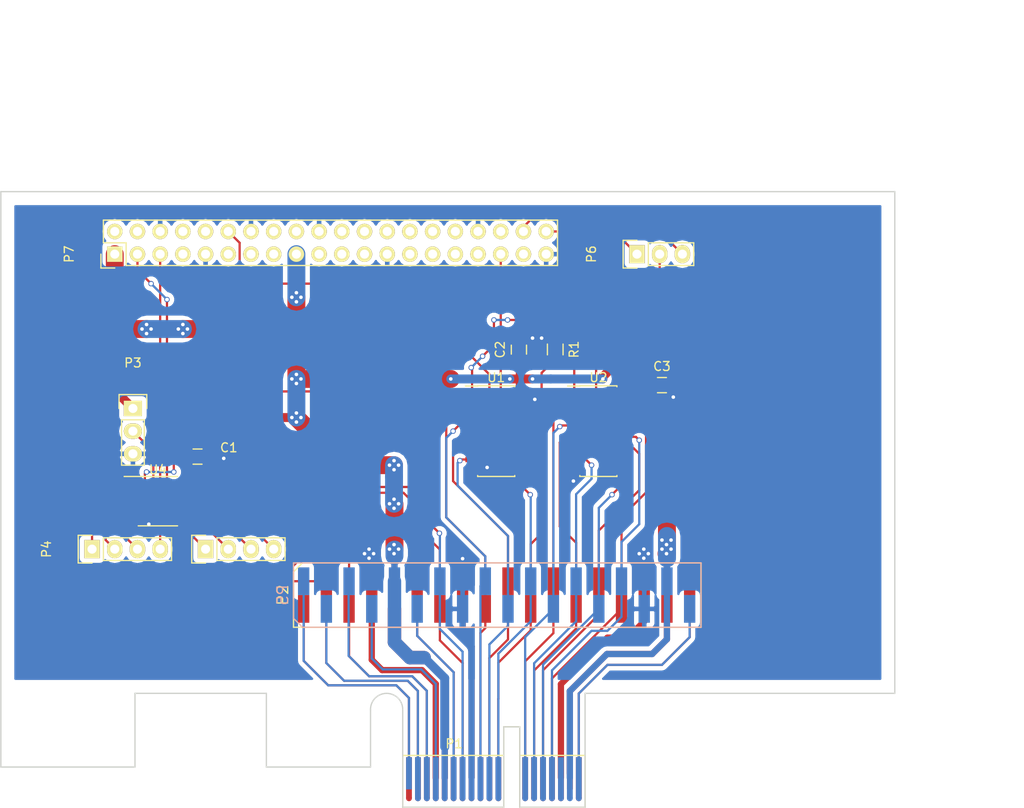
<source format=kicad_pcb>
(kicad_pcb (version 4) (host pcbnew 4.0.4+dfsg1-stable)

  (general
    (links 110)
    (no_connects 2)
    (area 49.899999 72.525 164.17857 162.924461)
    (thickness 1.6)
    (drawings 23)
    (tracks 475)
    (zones 0)
    (modules 15)
    (nets 73)
  )

  (page A4)
  (layers
    (0 F.Cu signal)
    (31 B.Cu signal)
    (32 B.Adhes user)
    (33 F.Adhes user)
    (34 B.Paste user)
    (35 F.Paste user)
    (36 B.SilkS user)
    (37 F.SilkS user)
    (38 B.Mask user)
    (39 F.Mask user)
    (40 Dwgs.User user)
    (41 Cmts.User user)
    (42 Eco1.User user)
    (43 Eco2.User user)
    (44 Edge.Cuts user)
    (45 Margin user)
    (46 B.CrtYd user)
    (47 F.CrtYd user)
    (48 B.Fab user)
    (49 F.Fab user)
  )

  (setup
    (last_trace_width 0.25)
    (user_trace_width 0.5)
    (user_trace_width 0.7)
    (user_trace_width 1)
    (user_trace_width 1.5)
    (user_trace_width 2)
    (trace_clearance 0.1)
    (zone_clearance 0.508)
    (zone_45_only no)
    (trace_min 0.2)
    (segment_width 0.2)
    (edge_width 0.15)
    (via_size 0.6)
    (via_drill 0.4)
    (via_min_size 0.4)
    (via_min_drill 0.3)
    (uvia_size 0.3)
    (uvia_drill 0.1)
    (uvias_allowed no)
    (uvia_min_size 0.2)
    (uvia_min_drill 0.1)
    (pcb_text_width 0.3)
    (pcb_text_size 1.5 1.5)
    (mod_edge_width 0.15)
    (mod_text_size 1 1)
    (mod_text_width 0.15)
    (pad_size 1.524 1.524)
    (pad_drill 0.762)
    (pad_to_mask_clearance 0.2)
    (aux_axis_origin 0 0)
    (visible_elements FFFFFF7F)
    (pcbplotparams
      (layerselection 0x010f0_80000001)
      (usegerberextensions false)
      (excludeedgelayer true)
      (linewidth 0.100000)
      (plotframeref false)
      (viasonmask false)
      (mode 1)
      (useauxorigin false)
      (hpglpennumber 1)
      (hpglpenspeed 20)
      (hpglpendiameter 15)
      (hpglpenoverlay 2)
      (psnegative false)
      (psa4output false)
      (plotreference true)
      (plotvalue true)
      (plotinvisibletext false)
      (padsonsilk false)
      (subtractmaskfromsilk false)
      (outputformat 1)
      (mirror false)
      (drillshape 0)
      (scaleselection 1)
      (outputdirectory "../../../AVR_private/Prototype Unit 0/pi_module/"))
  )

  (net 0 "")
  (net 1 "Net-(P1-PadB6)")
  (net 2 "Net-(P1-PadB18)")
  (net 3 "Net-(P1-PadA1)")
  (net 4 "Net-(P1-PadA2)")
  (net 5 "Net-(P1-PadA3)")
  (net 6 "Net-(P1-PadA4)")
  (net 7 "Net-(P1-PadA6)")
  (net 8 "Net-(P1-PadA18)")
  (net 9 +3V3)
  (net 10 GND)
  (net 11 /A0)
  (net 12 /A1)
  (net 13 /A2)
  (net 14 /SCL)
  (net 15 /Mclk_in)
  (net 16 /Sclk_in)
  (net 17 /LRclk_in)
  (net 18 /I2S2_in)
  (net 19 /I2S3_in)
  (net 20 /I2S0_in)
  (net 21 /I2S1_in)
  (net 22 /SDA)
  (net 23 /Mclk_out)
  (net 24 /Sclk_out)
  (net 25 /LRclk_out)
  (net 26 /I2S2_out)
  (net 27 /I2S3_out)
  (net 28 /I2S0_out)
  (net 29 /I2S1_out)
  (net 30 +5V)
  (net 31 "Net-(P7-Pad7)")
  (net 32 "Net-(P7-Pad8)")
  (net 33 "Net-(P7-Pad10)")
  (net 34 "Net-(P7-Pad11)")
  (net 35 "Net-(P7-Pad13)")
  (net 36 "Net-(P7-Pad15)")
  (net 37 "Net-(P7-Pad16)")
  (net 38 "Net-(P7-Pad18)")
  (net 39 "Net-(P7-Pad19)")
  (net 40 "Net-(P7-Pad21)")
  (net 41 "Net-(P7-Pad22)")
  (net 42 "Net-(P7-Pad23)")
  (net 43 "Net-(P7-Pad24)")
  (net 44 "Net-(P7-Pad26)")
  (net 45 /pi_header/ID_SDA)
  (net 46 /pi_header/ID_SCL)
  (net 47 "Net-(P7-Pad29)")
  (net 48 "Net-(P7-Pad30)")
  (net 49 "Net-(P7-Pad31)")
  (net 50 "Net-(P7-Pad32)")
  (net 51 "Net-(P7-Pad33)")
  (net 52 "Net-(P7-Pad36)")
  (net 53 "Net-(P7-Pad37)")
  (net 54 /pi_header/I2S_in_to_pi)
  (net 55 /pi_header/I2S_out_from_pi)
  (net 56 "Net-(P3-Pad2)")
  (net 57 "Net-(P4-Pad1)")
  (net 58 "Net-(P4-Pad2)")
  (net 59 "Net-(P4-Pad3)")
  (net 60 "Net-(P4-Pad4)")
  (net 61 /I2S0_mod)
  (net 62 "Net-(R1-Pad2)")
  (net 63 /Mclk_mod)
  (net 64 /Sclk_mod)
  (net 65 /LRclk_mod)
  (net 66 /I2S1_mod)
  (net 67 /I2S2_mod)
  (net 68 /I2S3_mod)
  (net 69 "Net-(P8-Pad1)")
  (net 70 "Net-(P8-Pad2)")
  (net 71 "Net-(P8-Pad3)")
  (net 72 "Net-(P8-Pad4)")

  (net_class Default "This is the default net class."
    (clearance 0.1)
    (trace_width 0.25)
    (via_dia 0.6)
    (via_drill 0.4)
    (uvia_dia 0.3)
    (uvia_drill 0.1)
    (add_net /A0)
    (add_net /A1)
    (add_net /A2)
    (add_net /I2S0_in)
    (add_net /I2S0_mod)
    (add_net /I2S0_out)
    (add_net /I2S1_in)
    (add_net /I2S1_mod)
    (add_net /I2S1_out)
    (add_net /I2S2_in)
    (add_net /I2S2_mod)
    (add_net /I2S2_out)
    (add_net /I2S3_in)
    (add_net /I2S3_mod)
    (add_net /I2S3_out)
    (add_net /LRclk_in)
    (add_net /LRclk_mod)
    (add_net /LRclk_out)
    (add_net /Mclk_in)
    (add_net /Mclk_mod)
    (add_net /Mclk_out)
    (add_net /SCL)
    (add_net /SDA)
    (add_net /Sclk_in)
    (add_net /Sclk_mod)
    (add_net /Sclk_out)
    (add_net /pi_header/I2S_in_to_pi)
    (add_net /pi_header/I2S_out_from_pi)
    (add_net /pi_header/ID_SCL)
    (add_net /pi_header/ID_SDA)
    (add_net "Net-(P1-PadA1)")
    (add_net "Net-(P1-PadA18)")
    (add_net "Net-(P1-PadA2)")
    (add_net "Net-(P1-PadA3)")
    (add_net "Net-(P1-PadA4)")
    (add_net "Net-(P1-PadA6)")
    (add_net "Net-(P1-PadB18)")
    (add_net "Net-(P1-PadB6)")
    (add_net "Net-(P3-Pad2)")
    (add_net "Net-(P4-Pad1)")
    (add_net "Net-(P4-Pad2)")
    (add_net "Net-(P4-Pad3)")
    (add_net "Net-(P4-Pad4)")
    (add_net "Net-(P7-Pad10)")
    (add_net "Net-(P7-Pad11)")
    (add_net "Net-(P7-Pad13)")
    (add_net "Net-(P7-Pad15)")
    (add_net "Net-(P7-Pad16)")
    (add_net "Net-(P7-Pad18)")
    (add_net "Net-(P7-Pad19)")
    (add_net "Net-(P7-Pad21)")
    (add_net "Net-(P7-Pad22)")
    (add_net "Net-(P7-Pad23)")
    (add_net "Net-(P7-Pad24)")
    (add_net "Net-(P7-Pad26)")
    (add_net "Net-(P7-Pad29)")
    (add_net "Net-(P7-Pad30)")
    (add_net "Net-(P7-Pad31)")
    (add_net "Net-(P7-Pad32)")
    (add_net "Net-(P7-Pad33)")
    (add_net "Net-(P7-Pad36)")
    (add_net "Net-(P7-Pad37)")
    (add_net "Net-(P7-Pad7)")
    (add_net "Net-(P7-Pad8)")
    (add_net "Net-(P8-Pad1)")
    (add_net "Net-(P8-Pad2)")
    (add_net "Net-(P8-Pad3)")
    (add_net "Net-(P8-Pad4)")
    (add_net "Net-(R1-Pad2)")
  )

  (net_class Power ""
    (clearance 0.1)
    (trace_width 0.25)
    (via_dia 0.6)
    (via_drill 0.4)
    (uvia_dia 0.3)
    (uvia_drill 0.1)
    (add_net +3V3)
    (add_net +5V)
    (add_net GND)
  )

  (module headers:smd_1x18_B (layer F.Cu) (tedit 58DB7E9C) (tstamp 58DB80C1)
    (at 108 139)
    (path /58D8FD07)
    (fp_text reference P2 (at -26.465 0 90) (layer F.SilkS)
      (effects (font (size 1.2 1.2) (thickness 0.15)))
    )
    (fp_text value CONN_01X18 (at 0 5.08) (layer F.Fab)
      (effects (font (size 1.2 1.2) (thickness 0.15)))
    )
    (fp_line (start -24.265 -3.6) (end -25.265 -2.6) (layer F.SilkS) (width 0.15))
    (fp_line (start -25.265 -2.6) (end -25.265 3.6) (layer F.SilkS) (width 0.15))
    (fp_line (start -25.265 3.6) (end 20.32 3.6) (layer F.SilkS) (width 0.15))
    (fp_line (start 20.32 3.6) (end 20.32 -3.6) (layer F.SilkS) (width 0.15))
    (fp_line (start 20.32 -3.6) (end -24.265 -3.6) (layer F.SilkS) (width 0.15))
    (pad 1 smd rect (at -24.13 1.55) (size 1.27 3.1) (layers F.Cu F.Paste F.Mask)
      (net 11 /A0))
    (pad 2 smd rect (at -21.59 -1.55) (size 1.27 3.1) (layers F.Cu F.Paste F.Mask)
      (net 12 /A1))
    (pad 3 smd rect (at -19.05 1.55) (size 1.27 3.1) (layers F.Cu F.Paste F.Mask)
      (net 13 /A2))
    (pad 4 smd rect (at -16.51 -1.55) (size 1.27 3.1) (layers F.Cu F.Paste F.Mask)
      (net 10 GND))
    (pad 5 smd rect (at -13.97 1.55) (size 1.27 3.1) (layers F.Cu F.Paste F.Mask)
      (net 9 +3V3))
    (pad 6 smd rect (at -11.43 -1.55) (size 1.27 3.1) (layers F.Cu F.Paste F.Mask)
      (net 1 "Net-(P1-PadB6)"))
    (pad 7 smd rect (at -8.89 1.55) (size 1.27 3.1) (layers F.Cu F.Paste F.Mask)
      (net 14 /SCL))
    (pad 8 smd rect (at -6.35 -1.55) (size 1.27 3.1) (layers F.Cu F.Paste F.Mask)
      (net 10 GND))
    (pad 9 smd rect (at -3.81 1.55) (size 1.27 3.1) (layers F.Cu F.Paste F.Mask)
      (net 15 /Mclk_in))
    (pad 10 smd rect (at -1.27 -1.55) (size 1.27 3.1) (layers F.Cu F.Paste F.Mask)
      (net 16 /Sclk_in))
    (pad 11 smd rect (at 1.27 1.55) (size 1.27 3.1) (layers F.Cu F.Paste F.Mask)
      (net 17 /LRclk_in))
    (pad 12 smd rect (at 3.81 -1.55) (size 1.27 3.1) (layers F.Cu F.Paste F.Mask)
      (net 20 /I2S0_in))
    (pad 13 smd rect (at 6.35 1.55) (size 1.27 3.1) (layers F.Cu F.Paste F.Mask)
      (net 21 /I2S1_in))
    (pad 14 smd rect (at 8.89 -1.55) (size 1.27 3.1) (layers F.Cu F.Paste F.Mask)
      (net 18 /I2S2_in))
    (pad 15 smd rect (at 11.43 1.55) (size 1.27 3.1) (layers F.Cu F.Paste F.Mask)
      (net 19 /I2S3_in))
    (pad 16 smd rect (at 13.97 -1.55) (size 1.27 3.1) (layers F.Cu F.Paste F.Mask)
      (net 10 GND))
    (pad 17 smd rect (at 16.51 1.55) (size 1.27 3.1) (layers F.Cu F.Paste F.Mask)
      (net 9 +3V3))
    (pad 18 smd rect (at 19.05 -1.55) (size 1.27 3.1) (layers F.Cu F.Paste F.Mask)
      (net 2 "Net-(P1-PadB18)"))
  )

  (module Connect:PCI-EXPRESS (layer F.Cu) (tedit 545FBBB8) (tstamp 58B2B300)
    (at 105.15 159.45)
    (path /58B2B7D4)
    (fp_text reference P1 (at -4.445 -3.81) (layer F.SilkS)
      (effects (font (size 1 1) (thickness 0.15)))
    )
    (fp_text value pcie_1x_edge (at 6.985 -3.81) (layer F.Fab)
      (effects (font (size 1 1) (thickness 0.15)))
    )
    (fp_line (start 1.09982 -2.49936) (end 1.09982 -5.69976) (layer F.SilkS) (width 0.15))
    (fp_line (start 1.09982 -5.69976) (end 2.90068 -5.69976) (layer F.SilkS) (width 0.15))
    (fp_line (start 2.90068 -5.69976) (end 2.90068 -2.49936) (layer F.SilkS) (width 0.15))
    (fp_line (start -10.20064 -2.49936) (end 1.09982 -2.49936) (layer F.SilkS) (width 0.15))
    (fp_line (start 1.09982 -2.49936) (end 1.09982 3.29946) (layer F.SilkS) (width 0.15))
    (fp_line (start 1.09982 3.29946) (end -10.20064 3.29946) (layer F.SilkS) (width 0.15))
    (fp_line (start -10.20064 3.29946) (end -10.20064 -2.49936) (layer F.SilkS) (width 0.15))
    (fp_line (start 10.20064 -2.49936) (end 2.90068 -2.49936) (layer F.SilkS) (width 0.15))
    (fp_line (start 2.90068 3.29946) (end 10.20064 3.29946) (layer F.SilkS) (width 0.15))
    (fp_line (start 2.90068 -2.49936) (end 2.90068 3.29946) (layer F.SilkS) (width 0.15))
    (fp_line (start 10.20064 -2.49936) (end 10.20064 3.29946) (layer F.SilkS) (width 0.15))
    (pad "" connect circle (at 9.4996 2.30124) (size 0.65024 0.65024) (layers F.Cu F.Mask))
    (pad B1 connect rect (at -9.4996 0) (size 0.65024 4.59994) (layers F.Cu F.Mask)
      (net 11 /A0))
    (pad B2 connect rect (at -8.49884 0) (size 0.65024 4.59994) (layers F.Cu F.Mask)
      (net 12 /A1))
    (pad B3 connect rect (at -7.50062 0) (size 0.65024 4.59994) (layers F.Cu F.Mask)
      (net 13 /A2))
    (pad B4 connect rect (at -6.49986 0) (size 0.65024 4.59994) (layers F.Cu F.Mask)
      (net 10 GND))
    (pad B5 connect rect (at -5.4991 0) (size 0.65024 4.59994) (layers F.Cu F.Mask)
      (net 9 +3V3))
    (pad B6 connect rect (at -4.50088 0) (size 0.65024 4.59994) (layers F.Cu F.Mask)
      (net 1 "Net-(P1-PadB6)"))
    (pad B7 connect rect (at -3.50012 0) (size 0.65024 4.59994) (layers F.Cu F.Mask)
      (net 14 /SCL))
    (pad B8 connect rect (at -2.49936 0) (size 0.65024 4.59994) (layers F.Cu F.Mask)
      (net 10 GND))
    (pad B9 connect rect (at -1.50114 0) (size 0.65024 4.59994) (layers F.Cu F.Mask)
      (net 15 /Mclk_in))
    (pad B10 connect rect (at -0.50038 0) (size 0.65024 4.59994) (layers F.Cu F.Mask)
      (net 16 /Sclk_in))
    (pad B11 connect rect (at 0.50038 0) (size 0.65024 4.59994) (layers F.Cu F.Mask)
      (net 17 /LRclk_in))
    (pad B14 connect rect (at 5.4991 0) (size 0.65024 4.59994) (layers F.Cu F.Mask)
      (net 18 /I2S2_in))
    (pad B15 connect rect (at 6.49986 0) (size 0.65024 4.59994) (layers F.Cu F.Mask)
      (net 19 /I2S3_in))
    (pad B16 connect rect (at 7.50062 0) (size 0.65024 4.59994) (layers F.Cu F.Mask)
      (net 10 GND))
    (pad B17 connect rect (at 8.49884 -0.50038) (size 0.65024 3.59918) (layers F.Cu F.Mask)
      (net 9 +3V3))
    (pad B18 connect rect (at 9.4996 0) (size 0.65024 4.59994) (layers F.Cu F.Mask)
      (net 2 "Net-(P1-PadB18)"))
    (pad B12 connect rect (at 3.50012 0) (size 0.65024 4.59994) (layers F.Cu F.Mask)
      (net 20 /I2S0_in))
    (pad B13 connect rect (at 4.50088 0) (size 0.65024 4.59994) (layers F.Cu F.Mask)
      (net 21 /I2S1_in))
    (pad A1 connect rect (at -9.4996 -0.50038) (size 0.65024 3.59918) (layers B.Cu B.Mask)
      (net 3 "Net-(P1-PadA1)"))
    (pad A2 connect rect (at -8.49884 0) (size 0.65024 4.59994) (layers B.Cu B.Mask)
      (net 4 "Net-(P1-PadA2)"))
    (pad A3 connect rect (at -7.50062 0) (size 0.65024 4.59994) (layers B.Cu B.Mask)
      (net 5 "Net-(P1-PadA3)"))
    (pad A4 connect rect (at -6.49986 0) (size 0.65024 4.59994) (layers B.Cu B.Mask)
      (net 6 "Net-(P1-PadA4)"))
    (pad A5 connect rect (at -5.4991 0) (size 0.65024 4.59994) (layers B.Cu B.Mask)
      (net 9 +3V3))
    (pad A6 connect rect (at -4.50088 0) (size 0.65024 4.59994) (layers B.Cu B.Mask)
      (net 7 "Net-(P1-PadA6)"))
    (pad A7 connect rect (at -3.50012 0) (size 0.65024 4.59994) (layers B.Cu B.Mask)
      (net 22 /SDA))
    (pad A8 connect rect (at -2.49936 0) (size 0.65024 4.59994) (layers B.Cu B.Mask)
      (net 10 GND))
    (pad A9 connect rect (at -1.50114 0) (size 0.65024 4.59994) (layers B.Cu B.Mask)
      (net 23 /Mclk_out))
    (pad A10 connect rect (at -0.50038 0) (size 0.65024 4.59994) (layers B.Cu B.Mask)
      (net 24 /Sclk_out))
    (pad A11 connect rect (at 0.50038 0) (size 0.65024 4.59994) (layers B.Cu B.Mask)
      (net 25 /LRclk_out))
    (pad A14 connect rect (at 5.4991 0) (size 0.65024 4.59994) (layers B.Cu B.Mask)
      (net 26 /I2S2_out))
    (pad A15 connect rect (at 6.49986 0) (size 0.65024 4.59994) (layers B.Cu B.Mask)
      (net 27 /I2S3_out))
    (pad A16 connect rect (at 7.50062 0) (size 0.65024 4.59994) (layers B.Cu B.Mask)
      (net 10 GND))
    (pad A17 connect rect (at 8.49884 0) (size 0.65024 4.59994) (layers B.Cu B.Mask)
      (net 9 +3V3))
    (pad A18 connect rect (at 9.4996 0) (size 0.65024 4.59994) (layers B.Cu B.Mask)
      (net 8 "Net-(P1-PadA18)"))
    (pad A12 connect rect (at 3.50012 0) (size 0.65024 4.59994) (layers B.Cu B.Mask)
      (net 28 /I2S0_out))
    (pad A13 connect rect (at 4.50088 0) (size 0.65024 4.59994) (layers B.Cu B.Mask)
      (net 29 /I2S1_out))
    (pad "" connect circle (at -7.50062 2.30124) (size 0.65024 0.65024) (layers F.Cu F.Mask))
    (pad "" connect circle (at -6.49986 2.30124) (size 0.65024 0.65024) (layers F.Cu F.Mask))
    (pad "" connect circle (at -5.4991 2.30124) (size 0.65024 0.65024) (layers F.Cu F.Mask))
    (pad "" connect circle (at -4.50088 2.30124) (size 0.65024 0.65024) (layers F.Cu F.Mask))
    (pad "" connect circle (at -3.50012 2.30124) (size 0.65024 0.65024) (layers F.Cu F.Mask))
    (pad "" connect circle (at -2.49936 2.30124) (size 0.65024 0.65024) (layers F.Cu F.Mask))
    (pad "" connect circle (at -1.50114 2.30124) (size 0.65024 0.65024) (layers F.Cu F.Mask))
    (pad "" connect circle (at -0.50038 2.30124) (size 0.65024 0.65024) (layers F.Cu F.Mask))
    (pad "" connect circle (at 0.50038 2.30124) (size 0.65024 0.65024) (layers F.Cu F.Mask))
    (pad "" connect circle (at -9.4996 2.30124) (size 0.65024 0.65024) (layers F.Cu F.Mask))
    (pad "" connect circle (at 3.50012 2.30124) (size 0.65024 0.65024) (layers F.Cu F.Mask))
    (pad "" connect circle (at 4.50088 2.30124) (size 0.65024 0.65024) (layers F.Cu F.Mask))
    (pad "" connect circle (at 5.4991 2.30124) (size 0.65024 0.65024) (layers F.Cu F.Mask))
    (pad "" connect circle (at 6.49986 2.30124) (size 0.65024 0.65024) (layers F.Cu F.Mask))
    (pad "" connect circle (at 7.50062 2.30124) (size 0.65024 0.65024) (layers F.Cu F.Mask))
    (pad "" connect circle (at -8.49884 2.30124) (size 0.65024 0.65024) (layers F.Cu F.Mask))
    (pad "" connect oval (at -6.49986 2.30124 90) (size 0.65024 0.65024) (layers B.Cu B.Mask))
    (pad "" connect oval (at -5.4991 2.30124 90) (size 0.65024 0.65024) (layers B.Cu B.Mask))
    (pad "" connect oval (at -4.50088 2.30124 90) (size 0.65024 0.65024) (layers B.Cu B.Mask))
    (pad "" connect oval (at -3.50012 2.30124 90) (size 0.65024 0.65024) (layers B.Cu B.Mask))
    (pad "" connect oval (at -2.49936 2.30124 90) (size 0.65024 0.65024) (layers B.Cu B.Mask))
    (pad "" connect oval (at -1.50114 2.30124 90) (size 0.65024 0.65024) (layers B.Cu B.Mask))
    (pad "" connect oval (at -0.50038 2.30124 90) (size 0.65024 0.65024) (layers B.Cu B.Mask))
    (pad "" connect oval (at 5.4991 2.30124 90) (size 0.65024 0.65024) (layers B.Cu B.Mask))
    (pad "" connect oval (at 6.49986 2.30124 90) (size 0.65024 0.65024) (layers B.Cu B.Mask))
    (pad "" connect oval (at -7.50062 2.30124 90) (size 0.65024 0.65024) (layers B.Cu B.Mask))
    (pad "" connect oval (at 4.50088 2.30124 90) (size 0.65024 0.65024) (layers B.Cu B.Mask))
    (pad "" connect oval (at 7.50062 2.30124 90) (size 0.65024 0.65024) (layers B.Cu B.Mask))
    (pad "" connect oval (at 0.50038 2.30124 90) (size 0.65024 0.65024) (layers B.Cu B.Mask))
    (pad "" connect oval (at 3.50012 2.30124 90) (size 0.65024 0.65024) (layers B.Cu B.Mask))
    (pad "" connect oval (at 8.49884 2.30124 90) (size 0.65024 0.65024) (layers B.Cu B.Mask))
    (pad "" connect oval (at 9.4996 2.30124 90) (size 0.65024 0.65024) (layers B.Cu B.Mask))
    (pad "" connect oval (at -8.49884 2.30124 90) (size 0.65024 0.65024) (layers B.Cu B.Mask))
  )

  (module Capacitors_SMD:C_0805_HandSoldering (layer F.Cu) (tedit 541A9B8D) (tstamp 58D74C22)
    (at 72 123.5)
    (descr "Capacitor SMD 0805, hand soldering")
    (tags "capacitor 0805")
    (path /58D749EF)
    (attr smd)
    (fp_text reference C1 (at 3.5 -1) (layer F.SilkS)
      (effects (font (size 1 1) (thickness 0.15)))
    )
    (fp_text value 0.1uF (at 5.5 0.5) (layer F.Fab)
      (effects (font (size 1 1) (thickness 0.15)))
    )
    (fp_line (start -2.3 -1) (end 2.3 -1) (layer F.CrtYd) (width 0.05))
    (fp_line (start -2.3 1) (end 2.3 1) (layer F.CrtYd) (width 0.05))
    (fp_line (start -2.3 -1) (end -2.3 1) (layer F.CrtYd) (width 0.05))
    (fp_line (start 2.3 -1) (end 2.3 1) (layer F.CrtYd) (width 0.05))
    (fp_line (start 0.5 -0.85) (end -0.5 -0.85) (layer F.SilkS) (width 0.15))
    (fp_line (start -0.5 0.85) (end 0.5 0.85) (layer F.SilkS) (width 0.15))
    (pad 1 smd rect (at -1.25 0) (size 1.5 1.25) (layers F.Cu F.Paste F.Mask)
      (net 9 +3V3))
    (pad 2 smd rect (at 1.25 0) (size 1.5 1.25) (layers F.Cu F.Paste F.Mask)
      (net 10 GND))
    (model Capacitors_SMD.3dshapes/C_0805_HandSoldering.wrl
      (at (xyz 0 0 0))
      (scale (xyz 1 1 1))
      (rotate (xyz 0 0 0))
    )
  )

  (module Capacitors_SMD:C_0805_HandSoldering (layer F.Cu) (tedit 541A9B8D) (tstamp 58D8D7BE)
    (at 107.95 111.526 90)
    (descr "Capacitor SMD 0805, hand soldering")
    (tags "capacitor 0805")
    (path /58D7639A)
    (attr smd)
    (fp_text reference C2 (at 0 -2.1 90) (layer F.SilkS)
      (effects (font (size 1 1) (thickness 0.15)))
    )
    (fp_text value 0.1uF (at 5.354 0 90) (layer F.Fab)
      (effects (font (size 1 1) (thickness 0.15)))
    )
    (fp_line (start -2.3 -1) (end 2.3 -1) (layer F.CrtYd) (width 0.05))
    (fp_line (start -2.3 1) (end 2.3 1) (layer F.CrtYd) (width 0.05))
    (fp_line (start -2.3 -1) (end -2.3 1) (layer F.CrtYd) (width 0.05))
    (fp_line (start 2.3 -1) (end 2.3 1) (layer F.CrtYd) (width 0.05))
    (fp_line (start 0.5 -0.85) (end -0.5 -0.85) (layer F.SilkS) (width 0.15))
    (fp_line (start -0.5 0.85) (end 0.5 0.85) (layer F.SilkS) (width 0.15))
    (pad 1 smd rect (at -1.25 0 90) (size 1.5 1.25) (layers F.Cu F.Paste F.Mask)
      (net 9 +3V3))
    (pad 2 smd rect (at 1.25 0 90) (size 1.5 1.25) (layers F.Cu F.Paste F.Mask)
      (net 10 GND))
    (model Capacitors_SMD.3dshapes/C_0805_HandSoldering.wrl
      (at (xyz 0 0 0))
      (scale (xyz 1 1 1))
      (rotate (xyz 0 0 0))
    )
  )

  (module Capacitors_SMD:C_0805_HandSoldering (layer F.Cu) (tedit 541A9B8D) (tstamp 58D8D7C4)
    (at 123.952 115.5)
    (descr "Capacitor SMD 0805, hand soldering")
    (tags "capacitor 0805")
    (path /58D7664B)
    (attr smd)
    (fp_text reference C3 (at 0 -2.1) (layer F.SilkS)
      (effects (font (size 1 1) (thickness 0.15)))
    )
    (fp_text value 0.1uF (at 0 2.1) (layer F.Fab)
      (effects (font (size 1 1) (thickness 0.15)))
    )
    (fp_line (start -2.3 -1) (end 2.3 -1) (layer F.CrtYd) (width 0.05))
    (fp_line (start -2.3 1) (end 2.3 1) (layer F.CrtYd) (width 0.05))
    (fp_line (start -2.3 -1) (end -2.3 1) (layer F.CrtYd) (width 0.05))
    (fp_line (start 2.3 -1) (end 2.3 1) (layer F.CrtYd) (width 0.05))
    (fp_line (start 0.5 -0.85) (end -0.5 -0.85) (layer F.SilkS) (width 0.15))
    (fp_line (start -0.5 0.85) (end 0.5 0.85) (layer F.SilkS) (width 0.15))
    (pad 1 smd rect (at -1.25 0) (size 1.5 1.25) (layers F.Cu F.Paste F.Mask)
      (net 9 +3V3))
    (pad 2 smd rect (at 1.25 0) (size 1.5 1.25) (layers F.Cu F.Paste F.Mask)
      (net 10 GND))
    (model Capacitors_SMD.3dshapes/C_0805_HandSoldering.wrl
      (at (xyz 0 0 0))
      (scale (xyz 1 1 1))
      (rotate (xyz 0 0 0))
    )
  )

  (module Pin_Headers:Pin_Header_Straight_1x03 (layer F.Cu) (tedit 0) (tstamp 58D8D891)
    (at 64.77 118.11)
    (descr "Through hole pin header")
    (tags "pin header")
    (path /58D9126A)
    (fp_text reference P3 (at 0 -5.1) (layer F.SilkS)
      (effects (font (size 1 1) (thickness 0.15)))
    )
    (fp_text value CONN_01X03 (at 0 -3.1) (layer F.Fab)
      (effects (font (size 1 1) (thickness 0.15)))
    )
    (fp_line (start -1.75 -1.75) (end -1.75 6.85) (layer F.CrtYd) (width 0.05))
    (fp_line (start 1.75 -1.75) (end 1.75 6.85) (layer F.CrtYd) (width 0.05))
    (fp_line (start -1.75 -1.75) (end 1.75 -1.75) (layer F.CrtYd) (width 0.05))
    (fp_line (start -1.75 6.85) (end 1.75 6.85) (layer F.CrtYd) (width 0.05))
    (fp_line (start -1.27 1.27) (end -1.27 6.35) (layer F.SilkS) (width 0.15))
    (fp_line (start -1.27 6.35) (end 1.27 6.35) (layer F.SilkS) (width 0.15))
    (fp_line (start 1.27 6.35) (end 1.27 1.27) (layer F.SilkS) (width 0.15))
    (fp_line (start 1.55 -1.55) (end 1.55 0) (layer F.SilkS) (width 0.15))
    (fp_line (start 1.27 1.27) (end -1.27 1.27) (layer F.SilkS) (width 0.15))
    (fp_line (start -1.55 0) (end -1.55 -1.55) (layer F.SilkS) (width 0.15))
    (fp_line (start -1.55 -1.55) (end 1.55 -1.55) (layer F.SilkS) (width 0.15))
    (pad 1 thru_hole rect (at 0 0) (size 2.032 1.7272) (drill 1.016) (layers *.Cu *.Mask F.SilkS)
      (net 9 +3V3))
    (pad 2 thru_hole oval (at 0 2.54) (size 2.032 1.7272) (drill 1.016) (layers *.Cu *.Mask F.SilkS)
      (net 56 "Net-(P3-Pad2)"))
    (pad 3 thru_hole oval (at 0 5.08) (size 2.032 1.7272) (drill 1.016) (layers *.Cu *.Mask F.SilkS)
      (net 10 GND))
    (model Pin_Headers.3dshapes/Pin_Header_Straight_1x03.wrl
      (at (xyz 0 -0.1 0))
      (scale (xyz 1 1 1))
      (rotate (xyz 0 0 90))
    )
  )

  (module Pin_Headers:Pin_Header_Straight_1x03 (layer F.Cu) (tedit 0) (tstamp 58D8D8BA)
    (at 121.158 100.838 90)
    (descr "Through hole pin header")
    (tags "pin header")
    (path /58D8E160)
    (fp_text reference P6 (at 0 -5.1 90) (layer F.SilkS)
      (effects (font (size 1 1) (thickness 0.15)))
    )
    (fp_text value CONN_01X03 (at 0 -3.1 90) (layer F.Fab)
      (effects (font (size 1 1) (thickness 0.15)))
    )
    (fp_line (start -1.75 -1.75) (end -1.75 6.85) (layer F.CrtYd) (width 0.05))
    (fp_line (start 1.75 -1.75) (end 1.75 6.85) (layer F.CrtYd) (width 0.05))
    (fp_line (start -1.75 -1.75) (end 1.75 -1.75) (layer F.CrtYd) (width 0.05))
    (fp_line (start -1.75 6.85) (end 1.75 6.85) (layer F.CrtYd) (width 0.05))
    (fp_line (start -1.27 1.27) (end -1.27 6.35) (layer F.SilkS) (width 0.15))
    (fp_line (start -1.27 6.35) (end 1.27 6.35) (layer F.SilkS) (width 0.15))
    (fp_line (start 1.27 6.35) (end 1.27 1.27) (layer F.SilkS) (width 0.15))
    (fp_line (start 1.55 -1.55) (end 1.55 0) (layer F.SilkS) (width 0.15))
    (fp_line (start 1.27 1.27) (end -1.27 1.27) (layer F.SilkS) (width 0.15))
    (fp_line (start -1.55 0) (end -1.55 -1.55) (layer F.SilkS) (width 0.15))
    (fp_line (start -1.55 -1.55) (end 1.55 -1.55) (layer F.SilkS) (width 0.15))
    (pad 1 thru_hole rect (at 0 0 90) (size 2.032 1.7272) (drill 1.016) (layers *.Cu *.Mask F.SilkS)
      (net 55 /pi_header/I2S_out_from_pi))
    (pad 2 thru_hole oval (at 0 2.54 90) (size 2.032 1.7272) (drill 1.016) (layers *.Cu *.Mask F.SilkS)
      (net 61 /I2S0_mod))
    (pad 3 thru_hole oval (at 0 5.08 90) (size 2.032 1.7272) (drill 1.016) (layers *.Cu *.Mask F.SilkS)
      (net 54 /pi_header/I2S_in_to_pi))
    (model Pin_Headers.3dshapes/Pin_Header_Straight_1x03.wrl
      (at (xyz 0 -0.1 0))
      (scale (xyz 1 1 1))
      (rotate (xyz 0 0 90))
    )
  )

  (module Resistors_SMD:R_0805_HandSoldering (layer F.Cu) (tedit 54189DEE) (tstamp 58D8D8C0)
    (at 112.014 111.506 270)
    (descr "Resistor SMD 0805, hand soldering")
    (tags "resistor 0805")
    (path /58D928B2)
    (attr smd)
    (fp_text reference R1 (at 0 -2.1 270) (layer F.SilkS)
      (effects (font (size 1 1) (thickness 0.15)))
    )
    (fp_text value 10k (at -3.81 0 270) (layer F.Fab)
      (effects (font (size 1 1) (thickness 0.15)))
    )
    (fp_line (start -2.4 -1) (end 2.4 -1) (layer F.CrtYd) (width 0.05))
    (fp_line (start -2.4 1) (end 2.4 1) (layer F.CrtYd) (width 0.05))
    (fp_line (start -2.4 -1) (end -2.4 1) (layer F.CrtYd) (width 0.05))
    (fp_line (start 2.4 -1) (end 2.4 1) (layer F.CrtYd) (width 0.05))
    (fp_line (start 0.6 0.875) (end -0.6 0.875) (layer F.SilkS) (width 0.15))
    (fp_line (start -0.6 -0.875) (end 0.6 -0.875) (layer F.SilkS) (width 0.15))
    (pad 1 smd rect (at -1.35 0 270) (size 1.5 1.3) (layers F.Cu F.Paste F.Mask)
      (net 10 GND))
    (pad 2 smd rect (at 1.35 0 270) (size 1.5 1.3) (layers F.Cu F.Paste F.Mask)
      (net 62 "Net-(R1-Pad2)"))
    (model Resistors_SMD.3dshapes/R_0805_HandSoldering.wrl
      (at (xyz 0 0 0))
      (scale (xyz 1 1 1))
      (rotate (xyz 0 0 0))
    )
  )

  (module Housings_SOIC:SOIC-16_3.9x9.9mm_Pitch1.27mm (layer F.Cu) (tedit 574D979F) (tstamp 58D8D8D4)
    (at 105.41 120.65)
    (descr "16-Lead Plastic Small Outline (SL) - Narrow, 3.90 mm Body [SOIC] (see Microchip Packaging Specification 00000049BS.pdf)")
    (tags "SOIC 1.27")
    (path /58D75E3E)
    (attr smd)
    (fp_text reference U1 (at 0 -6) (layer F.SilkS)
      (effects (font (size 1 1) (thickness 0.15)))
    )
    (fp_text value 74HCT157 (at 0 6) (layer F.Fab)
      (effects (font (size 1 1) (thickness 0.15)))
    )
    (fp_circle (center -1.25 -4.25) (end -1.5 -4.25) (layer F.Fab) (width 0.15))
    (fp_line (start -1.95 -4.95) (end -1.95 4.95) (layer F.Fab) (width 0.15))
    (fp_line (start 1.95 -4.95) (end -1.95 -4.95) (layer F.Fab) (width 0.15))
    (fp_line (start 1.95 4.95) (end 1.95 -4.95) (layer F.Fab) (width 0.15))
    (fp_line (start -1.95 4.95) (end 1.95 4.95) (layer F.Fab) (width 0.15))
    (fp_line (start -3.7 -5.25) (end -3.7 5.25) (layer F.CrtYd) (width 0.05))
    (fp_line (start 3.7 -5.25) (end 3.7 5.25) (layer F.CrtYd) (width 0.05))
    (fp_line (start -3.7 -5.25) (end 3.7 -5.25) (layer F.CrtYd) (width 0.05))
    (fp_line (start -3.7 5.25) (end 3.7 5.25) (layer F.CrtYd) (width 0.05))
    (fp_line (start -2.075 -5.075) (end -2.075 -5.05) (layer F.SilkS) (width 0.15))
    (fp_line (start 2.075 -5.075) (end 2.075 -4.97) (layer F.SilkS) (width 0.15))
    (fp_line (start 2.075 5.075) (end 2.075 4.97) (layer F.SilkS) (width 0.15))
    (fp_line (start -2.075 5.075) (end -2.075 4.97) (layer F.SilkS) (width 0.15))
    (fp_line (start -2.075 -5.075) (end 2.075 -5.075) (layer F.SilkS) (width 0.15))
    (fp_line (start -2.075 5.075) (end 2.075 5.075) (layer F.SilkS) (width 0.15))
    (fp_line (start -2.075 -5.05) (end -3.45 -5.05) (layer F.SilkS) (width 0.15))
    (pad 1 smd rect (at -2.7 -4.445) (size 1.5 0.6) (layers F.Cu F.Paste F.Mask)
      (net 57 "Net-(P4-Pad1)"))
    (pad 2 smd rect (at -2.7 -3.175) (size 1.5 0.6) (layers F.Cu F.Paste F.Mask)
      (net 15 /Mclk_in))
    (pad 3 smd rect (at -2.7 -1.905) (size 1.5 0.6) (layers F.Cu F.Paste F.Mask)
      (net 63 /Mclk_mod))
    (pad 4 smd rect (at -2.7 -0.635) (size 1.5 0.6) (layers F.Cu F.Paste F.Mask)
      (net 23 /Mclk_out))
    (pad 5 smd rect (at -2.7 0.635) (size 1.5 0.6) (layers F.Cu F.Paste F.Mask)
      (net 16 /Sclk_in))
    (pad 6 smd rect (at -2.7 1.905) (size 1.5 0.6) (layers F.Cu F.Paste F.Mask)
      (net 64 /Sclk_mod))
    (pad 7 smd rect (at -2.7 3.175) (size 1.5 0.6) (layers F.Cu F.Paste F.Mask)
      (net 24 /Sclk_out))
    (pad 8 smd rect (at -2.7 4.445) (size 1.5 0.6) (layers F.Cu F.Paste F.Mask)
      (net 10 GND))
    (pad 9 smd rect (at 2.7 4.445) (size 1.5 0.6) (layers F.Cu F.Paste F.Mask)
      (net 25 /LRclk_out))
    (pad 10 smd rect (at 2.7 3.175) (size 1.5 0.6) (layers F.Cu F.Paste F.Mask)
      (net 65 /LRclk_mod))
    (pad 11 smd rect (at 2.7 1.905) (size 1.5 0.6) (layers F.Cu F.Paste F.Mask)
      (net 17 /LRclk_in))
    (pad 12 smd rect (at 2.7 0.635) (size 1.5 0.6) (layers F.Cu F.Paste F.Mask)
      (net 62 "Net-(R1-Pad2)"))
    (pad 13 smd rect (at 2.7 -0.635) (size 1.5 0.6) (layers F.Cu F.Paste F.Mask)
      (net 10 GND))
    (pad 14 smd rect (at 2.7 -1.905) (size 1.5 0.6) (layers F.Cu F.Paste F.Mask)
      (net 10 GND))
    (pad 15 smd rect (at 2.7 -3.175) (size 1.5 0.6) (layers F.Cu F.Paste F.Mask)
      (net 10 GND))
    (pad 16 smd rect (at 2.7 -4.445) (size 1.5 0.6) (layers F.Cu F.Paste F.Mask)
      (net 9 +3V3))
    (model Housings_SOIC.3dshapes/SOIC-16_3.9x9.9mm_Pitch1.27mm.wrl
      (at (xyz 0 0 0))
      (scale (xyz 1 1 1))
      (rotate (xyz 0 0 0))
    )
  )

  (module Housings_SOIC:SOIC-16_3.9x9.9mm_Pitch1.27mm (layer F.Cu) (tedit 574D979F) (tstamp 58D8D8E8)
    (at 116.84 120.65)
    (descr "16-Lead Plastic Small Outline (SL) - Narrow, 3.90 mm Body [SOIC] (see Microchip Packaging Specification 00000049BS.pdf)")
    (tags "SOIC 1.27")
    (path /58D75FBB)
    (attr smd)
    (fp_text reference U2 (at 0 -6) (layer F.SilkS)
      (effects (font (size 1 1) (thickness 0.15)))
    )
    (fp_text value 74HCT157 (at 0 6) (layer F.Fab)
      (effects (font (size 1 1) (thickness 0.15)))
    )
    (fp_circle (center -1.25 -4.25) (end -1.5 -4.25) (layer F.Fab) (width 0.15))
    (fp_line (start -1.95 -4.95) (end -1.95 4.95) (layer F.Fab) (width 0.15))
    (fp_line (start 1.95 -4.95) (end -1.95 -4.95) (layer F.Fab) (width 0.15))
    (fp_line (start 1.95 4.95) (end 1.95 -4.95) (layer F.Fab) (width 0.15))
    (fp_line (start -1.95 4.95) (end 1.95 4.95) (layer F.Fab) (width 0.15))
    (fp_line (start -3.7 -5.25) (end -3.7 5.25) (layer F.CrtYd) (width 0.05))
    (fp_line (start 3.7 -5.25) (end 3.7 5.25) (layer F.CrtYd) (width 0.05))
    (fp_line (start -3.7 -5.25) (end 3.7 -5.25) (layer F.CrtYd) (width 0.05))
    (fp_line (start -3.7 5.25) (end 3.7 5.25) (layer F.CrtYd) (width 0.05))
    (fp_line (start -2.075 -5.075) (end -2.075 -5.05) (layer F.SilkS) (width 0.15))
    (fp_line (start 2.075 -5.075) (end 2.075 -4.97) (layer F.SilkS) (width 0.15))
    (fp_line (start 2.075 5.075) (end 2.075 4.97) (layer F.SilkS) (width 0.15))
    (fp_line (start -2.075 5.075) (end -2.075 4.97) (layer F.SilkS) (width 0.15))
    (fp_line (start -2.075 -5.075) (end 2.075 -5.075) (layer F.SilkS) (width 0.15))
    (fp_line (start -2.075 5.075) (end 2.075 5.075) (layer F.SilkS) (width 0.15))
    (fp_line (start -2.075 -5.05) (end -3.45 -5.05) (layer F.SilkS) (width 0.15))
    (pad 1 smd rect (at -2.7 -4.445) (size 1.5 0.6) (layers F.Cu F.Paste F.Mask)
      (net 57 "Net-(P4-Pad1)"))
    (pad 2 smd rect (at -2.7 -3.175) (size 1.5 0.6) (layers F.Cu F.Paste F.Mask)
      (net 20 /I2S0_in))
    (pad 3 smd rect (at -2.7 -1.905) (size 1.5 0.6) (layers F.Cu F.Paste F.Mask)
      (net 61 /I2S0_mod))
    (pad 4 smd rect (at -2.7 -0.635) (size 1.5 0.6) (layers F.Cu F.Paste F.Mask)
      (net 28 /I2S0_out))
    (pad 5 smd rect (at -2.7 0.635) (size 1.5 0.6) (layers F.Cu F.Paste F.Mask)
      (net 21 /I2S1_in))
    (pad 6 smd rect (at -2.7 1.905) (size 1.5 0.6) (layers F.Cu F.Paste F.Mask)
      (net 66 /I2S1_mod))
    (pad 7 smd rect (at -2.7 3.175) (size 1.5 0.6) (layers F.Cu F.Paste F.Mask)
      (net 29 /I2S1_out))
    (pad 8 smd rect (at -2.7 4.445) (size 1.5 0.6) (layers F.Cu F.Paste F.Mask)
      (net 10 GND))
    (pad 9 smd rect (at 2.7 4.445) (size 1.5 0.6) (layers F.Cu F.Paste F.Mask)
      (net 26 /I2S2_out))
    (pad 10 smd rect (at 2.7 3.175) (size 1.5 0.6) (layers F.Cu F.Paste F.Mask)
      (net 67 /I2S2_mod))
    (pad 11 smd rect (at 2.7 1.905) (size 1.5 0.6) (layers F.Cu F.Paste F.Mask)
      (net 18 /I2S2_in))
    (pad 12 smd rect (at 2.7 0.635) (size 1.5 0.6) (layers F.Cu F.Paste F.Mask)
      (net 27 /I2S3_out))
    (pad 13 smd rect (at 2.7 -0.635) (size 1.5 0.6) (layers F.Cu F.Paste F.Mask)
      (net 68 /I2S3_mod))
    (pad 14 smd rect (at 2.7 -1.905) (size 1.5 0.6) (layers F.Cu F.Paste F.Mask)
      (net 19 /I2S3_in))
    (pad 15 smd rect (at 2.7 -3.175) (size 1.5 0.6) (layers F.Cu F.Paste F.Mask)
      (net 10 GND))
    (pad 16 smd rect (at 2.7 -4.445) (size 1.5 0.6) (layers F.Cu F.Paste F.Mask)
      (net 9 +3V3))
    (model Housings_SOIC.3dshapes/SOIC-16_3.9x9.9mm_Pitch1.27mm.wrl
      (at (xyz 0 0 0))
      (scale (xyz 1 1 1))
      (rotate (xyz 0 0 0))
    )
  )

  (module Housings_SSOP:TSSOP-16_4.4x5mm_Pitch0.65mm (layer F.Cu) (tedit 54130A77) (tstamp 58D8D8FC)
    (at 67.564 128.524)
    (descr "16-Lead Plastic Thin Shrink Small Outline (ST)-4.4 mm Body [TSSOP] (see Microchip Packaging Specification 00000049BS.pdf)")
    (tags "SSOP 0.65")
    (path /58D74321)
    (attr smd)
    (fp_text reference U4 (at 0 -3.55) (layer F.SilkS)
      (effects (font (size 1 1) (thickness 0.15)))
    )
    (fp_text value PCA9500 (at 0 3.55) (layer F.Fab)
      (effects (font (size 1 1) (thickness 0.15)))
    )
    (fp_circle (center -1.75 -2) (end -2 -2) (layer F.Fab) (width 0.15))
    (fp_line (start -2.2 2.5) (end -2.2 -2.5) (layer F.Fab) (width 0.15))
    (fp_line (start 2.2 2.5) (end -2.2 2.5) (layer F.Fab) (width 0.15))
    (fp_line (start 2.2 -2.5) (end 2.2 2.5) (layer F.Fab) (width 0.15))
    (fp_line (start -2.2 -2.5) (end 2.2 -2.5) (layer F.Fab) (width 0.15))
    (fp_line (start -3.95 -2.9) (end -3.95 2.8) (layer F.CrtYd) (width 0.05))
    (fp_line (start 3.95 -2.9) (end 3.95 2.8) (layer F.CrtYd) (width 0.05))
    (fp_line (start -3.95 -2.9) (end 3.95 -2.9) (layer F.CrtYd) (width 0.05))
    (fp_line (start -3.95 2.8) (end 3.95 2.8) (layer F.CrtYd) (width 0.05))
    (fp_line (start -2.2 2.725) (end 2.2 2.725) (layer F.SilkS) (width 0.15))
    (fp_line (start -3.775 -2.8) (end 2.2 -2.8) (layer F.SilkS) (width 0.15))
    (pad 1 smd rect (at -2.95 -2.275) (size 1.5 0.45) (layers F.Cu F.Paste F.Mask)
      (net 11 /A0))
    (pad 2 smd rect (at -2.95 -1.625) (size 1.5 0.45) (layers F.Cu F.Paste F.Mask)
      (net 12 /A1))
    (pad 3 smd rect (at -2.95 -0.975) (size 1.5 0.45) (layers F.Cu F.Paste F.Mask)
      (net 13 /A2))
    (pad 4 smd rect (at -2.95 -0.325) (size 1.5 0.45) (layers F.Cu F.Paste F.Mask)
      (net 57 "Net-(P4-Pad1)"))
    (pad 5 smd rect (at -2.95 0.325) (size 1.5 0.45) (layers F.Cu F.Paste F.Mask)
      (net 58 "Net-(P4-Pad2)"))
    (pad 6 smd rect (at -2.95 0.975) (size 1.5 0.45) (layers F.Cu F.Paste F.Mask)
      (net 59 "Net-(P4-Pad3)"))
    (pad 7 smd rect (at -2.95 1.625) (size 1.5 0.45) (layers F.Cu F.Paste F.Mask)
      (net 60 "Net-(P4-Pad4)"))
    (pad 8 smd rect (at -2.95 2.275) (size 1.5 0.45) (layers F.Cu F.Paste F.Mask)
      (net 10 GND))
    (pad 9 smd rect (at 2.95 2.275) (size 1.5 0.45) (layers F.Cu F.Paste F.Mask)
      (net 69 "Net-(P8-Pad1)"))
    (pad 10 smd rect (at 2.95 1.625) (size 1.5 0.45) (layers F.Cu F.Paste F.Mask)
      (net 70 "Net-(P8-Pad2)"))
    (pad 11 smd rect (at 2.95 0.975) (size 1.5 0.45) (layers F.Cu F.Paste F.Mask)
      (net 71 "Net-(P8-Pad3)"))
    (pad 12 smd rect (at 2.95 0.325) (size 1.5 0.45) (layers F.Cu F.Paste F.Mask)
      (net 72 "Net-(P8-Pad4)"))
    (pad 13 smd rect (at 2.95 -0.325) (size 1.5 0.45) (layers F.Cu F.Paste F.Mask)
      (net 56 "Net-(P3-Pad2)"))
    (pad 14 smd rect (at 2.95 -0.975) (size 1.5 0.45) (layers F.Cu F.Paste F.Mask)
      (net 14 /SCL))
    (pad 15 smd rect (at 2.95 -1.625) (size 1.5 0.45) (layers F.Cu F.Paste F.Mask)
      (net 22 /SDA))
    (pad 16 smd rect (at 2.95 -2.275) (size 1.5 0.45) (layers F.Cu F.Paste F.Mask)
      (net 9 +3V3))
    (model Housings_SSOP.3dshapes/TSSOP-16_4.4x5mm_Pitch0.65mm.wrl
      (at (xyz 0 0 0))
      (scale (xyz 1 1 1))
      (rotate (xyz 0 0 0))
    )
  )

  (module Pin_Headers:Pin_Header_Straight_2x20 (layer F.Cu) (tedit 0) (tstamp 58D8DA3E)
    (at 62.738 100.838 90)
    (descr "Through hole pin header")
    (tags "pin header")
    (path /58D8CCBA/58D8CF84)
    (fp_text reference P7 (at 0 -5.1 90) (layer F.SilkS)
      (effects (font (size 1 1) (thickness 0.15)))
    )
    (fp_text value CONN_02X20 (at 0 -3.1 90) (layer F.Fab)
      (effects (font (size 1 1) (thickness 0.15)))
    )
    (fp_line (start -1.75 -1.75) (end -1.75 50.05) (layer F.CrtYd) (width 0.05))
    (fp_line (start 4.3 -1.75) (end 4.3 50.05) (layer F.CrtYd) (width 0.05))
    (fp_line (start -1.75 -1.75) (end 4.3 -1.75) (layer F.CrtYd) (width 0.05))
    (fp_line (start -1.75 50.05) (end 4.3 50.05) (layer F.CrtYd) (width 0.05))
    (fp_line (start 3.81 49.53) (end 3.81 -1.27) (layer F.SilkS) (width 0.15))
    (fp_line (start -1.27 1.27) (end -1.27 49.53) (layer F.SilkS) (width 0.15))
    (fp_line (start 3.81 49.53) (end -1.27 49.53) (layer F.SilkS) (width 0.15))
    (fp_line (start 3.81 -1.27) (end 1.27 -1.27) (layer F.SilkS) (width 0.15))
    (fp_line (start 0 -1.55) (end -1.55 -1.55) (layer F.SilkS) (width 0.15))
    (fp_line (start 1.27 -1.27) (end 1.27 1.27) (layer F.SilkS) (width 0.15))
    (fp_line (start 1.27 1.27) (end -1.27 1.27) (layer F.SilkS) (width 0.15))
    (fp_line (start -1.55 -1.55) (end -1.55 0) (layer F.SilkS) (width 0.15))
    (pad 1 thru_hole rect (at 0 0 90) (size 1.7272 1.7272) (drill 1.016) (layers *.Cu *.Mask F.SilkS)
      (net 9 +3V3))
    (pad 2 thru_hole oval (at 2.54 0 90) (size 1.7272 1.7272) (drill 1.016) (layers *.Cu *.Mask F.SilkS)
      (net 30 +5V))
    (pad 3 thru_hole oval (at 0 2.54 90) (size 1.7272 1.7272) (drill 1.016) (layers *.Cu *.Mask F.SilkS)
      (net 22 /SDA))
    (pad 4 thru_hole oval (at 2.54 2.54 90) (size 1.7272 1.7272) (drill 1.016) (layers *.Cu *.Mask F.SilkS)
      (net 30 +5V))
    (pad 5 thru_hole oval (at 0 5.08 90) (size 1.7272 1.7272) (drill 1.016) (layers *.Cu *.Mask F.SilkS)
      (net 14 /SCL))
    (pad 6 thru_hole oval (at 2.54 5.08 90) (size 1.7272 1.7272) (drill 1.016) (layers *.Cu *.Mask F.SilkS)
      (net 10 GND))
    (pad 7 thru_hole oval (at 0 7.62 90) (size 1.7272 1.7272) (drill 1.016) (layers *.Cu *.Mask F.SilkS)
      (net 31 "Net-(P7-Pad7)"))
    (pad 8 thru_hole oval (at 2.54 7.62 90) (size 1.7272 1.7272) (drill 1.016) (layers *.Cu *.Mask F.SilkS)
      (net 32 "Net-(P7-Pad8)"))
    (pad 9 thru_hole oval (at 0 10.16 90) (size 1.7272 1.7272) (drill 1.016) (layers *.Cu *.Mask F.SilkS)
      (net 10 GND))
    (pad 10 thru_hole oval (at 2.54 10.16 90) (size 1.7272 1.7272) (drill 1.016) (layers *.Cu *.Mask F.SilkS)
      (net 33 "Net-(P7-Pad10)"))
    (pad 11 thru_hole oval (at 0 12.7 90) (size 1.7272 1.7272) (drill 1.016) (layers *.Cu *.Mask F.SilkS)
      (net 34 "Net-(P7-Pad11)"))
    (pad 12 thru_hole oval (at 2.54 12.7 90) (size 1.7272 1.7272) (drill 1.016) (layers *.Cu *.Mask F.SilkS)
      (net 64 /Sclk_mod))
    (pad 13 thru_hole oval (at 0 15.24 90) (size 1.7272 1.7272) (drill 1.016) (layers *.Cu *.Mask F.SilkS)
      (net 35 "Net-(P7-Pad13)"))
    (pad 14 thru_hole oval (at 2.54 15.24 90) (size 1.7272 1.7272) (drill 1.016) (layers *.Cu *.Mask F.SilkS)
      (net 10 GND))
    (pad 15 thru_hole oval (at 0 17.78 90) (size 1.7272 1.7272) (drill 1.016) (layers *.Cu *.Mask F.SilkS)
      (net 36 "Net-(P7-Pad15)"))
    (pad 16 thru_hole oval (at 2.54 17.78 90) (size 1.7272 1.7272) (drill 1.016) (layers *.Cu *.Mask F.SilkS)
      (net 37 "Net-(P7-Pad16)"))
    (pad 17 thru_hole oval (at 0 20.32 90) (size 1.7272 1.7272) (drill 1.016) (layers *.Cu *.Mask F.SilkS)
      (net 9 +3V3))
    (pad 18 thru_hole oval (at 2.54 20.32 90) (size 1.7272 1.7272) (drill 1.016) (layers *.Cu *.Mask F.SilkS)
      (net 38 "Net-(P7-Pad18)"))
    (pad 19 thru_hole oval (at 0 22.86 90) (size 1.7272 1.7272) (drill 1.016) (layers *.Cu *.Mask F.SilkS)
      (net 39 "Net-(P7-Pad19)"))
    (pad 20 thru_hole oval (at 2.54 22.86 90) (size 1.7272 1.7272) (drill 1.016) (layers *.Cu *.Mask F.SilkS)
      (net 10 GND))
    (pad 21 thru_hole oval (at 0 25.4 90) (size 1.7272 1.7272) (drill 1.016) (layers *.Cu *.Mask F.SilkS)
      (net 40 "Net-(P7-Pad21)"))
    (pad 22 thru_hole oval (at 2.54 25.4 90) (size 1.7272 1.7272) (drill 1.016) (layers *.Cu *.Mask F.SilkS)
      (net 41 "Net-(P7-Pad22)"))
    (pad 23 thru_hole oval (at 0 27.94 90) (size 1.7272 1.7272) (drill 1.016) (layers *.Cu *.Mask F.SilkS)
      (net 42 "Net-(P7-Pad23)"))
    (pad 24 thru_hole oval (at 2.54 27.94 90) (size 1.7272 1.7272) (drill 1.016) (layers *.Cu *.Mask F.SilkS)
      (net 43 "Net-(P7-Pad24)"))
    (pad 25 thru_hole oval (at 0 30.48 90) (size 1.7272 1.7272) (drill 1.016) (layers *.Cu *.Mask F.SilkS)
      (net 10 GND))
    (pad 26 thru_hole oval (at 2.54 30.48 90) (size 1.7272 1.7272) (drill 1.016) (layers *.Cu *.Mask F.SilkS)
      (net 44 "Net-(P7-Pad26)"))
    (pad 27 thru_hole oval (at 0 33.02 90) (size 1.7272 1.7272) (drill 1.016) (layers *.Cu *.Mask F.SilkS)
      (net 45 /pi_header/ID_SDA))
    (pad 28 thru_hole oval (at 2.54 33.02 90) (size 1.7272 1.7272) (drill 1.016) (layers *.Cu *.Mask F.SilkS)
      (net 46 /pi_header/ID_SCL))
    (pad 29 thru_hole oval (at 0 35.56 90) (size 1.7272 1.7272) (drill 1.016) (layers *.Cu *.Mask F.SilkS)
      (net 47 "Net-(P7-Pad29)"))
    (pad 30 thru_hole oval (at 2.54 35.56 90) (size 1.7272 1.7272) (drill 1.016) (layers *.Cu *.Mask F.SilkS)
      (net 48 "Net-(P7-Pad30)"))
    (pad 31 thru_hole oval (at 0 38.1 90) (size 1.7272 1.7272) (drill 1.016) (layers *.Cu *.Mask F.SilkS)
      (net 49 "Net-(P7-Pad31)"))
    (pad 32 thru_hole oval (at 2.54 38.1 90) (size 1.7272 1.7272) (drill 1.016) (layers *.Cu *.Mask F.SilkS)
      (net 50 "Net-(P7-Pad32)"))
    (pad 33 thru_hole oval (at 0 40.64 90) (size 1.7272 1.7272) (drill 1.016) (layers *.Cu *.Mask F.SilkS)
      (net 51 "Net-(P7-Pad33)"))
    (pad 34 thru_hole oval (at 2.54 40.64 90) (size 1.7272 1.7272) (drill 1.016) (layers *.Cu *.Mask F.SilkS)
      (net 10 GND))
    (pad 35 thru_hole oval (at 0 43.18 90) (size 1.7272 1.7272) (drill 1.016) (layers *.Cu *.Mask F.SilkS)
      (net 65 /LRclk_mod))
    (pad 36 thru_hole oval (at 2.54 43.18 90) (size 1.7272 1.7272) (drill 1.016) (layers *.Cu *.Mask F.SilkS)
      (net 52 "Net-(P7-Pad36)"))
    (pad 37 thru_hole oval (at 0 45.72 90) (size 1.7272 1.7272) (drill 1.016) (layers *.Cu *.Mask F.SilkS)
      (net 53 "Net-(P7-Pad37)"))
    (pad 38 thru_hole oval (at 2.54 45.72 90) (size 1.7272 1.7272) (drill 1.016) (layers *.Cu *.Mask F.SilkS)
      (net 54 /pi_header/I2S_in_to_pi))
    (pad 39 thru_hole oval (at 0 48.26 90) (size 1.7272 1.7272) (drill 1.016) (layers *.Cu *.Mask F.SilkS)
      (net 10 GND))
    (pad 40 thru_hole oval (at 2.54 48.26 90) (size 1.7272 1.7272) (drill 1.016) (layers *.Cu *.Mask F.SilkS)
      (net 55 /pi_header/I2S_out_from_pi))
    (model Pin_Headers.3dshapes/Pin_Header_Straight_2x20.wrl
      (at (xyz 0.05 -0.95 0))
      (scale (xyz 1 1 1))
      (rotate (xyz 0 0 90))
    )
  )

  (module headers:smd_1x18_B (layer B.Cu) (tedit 58DB7E9C) (tstamp 58DB80D6)
    (at 108 139)
    (path /58D8F230)
    (fp_text reference P5 (at -26.465 0 270) (layer B.SilkS)
      (effects (font (size 1.2 1.2) (thickness 0.15)) (justify mirror))
    )
    (fp_text value CONN_01X18 (at 0 -5.08) (layer B.Fab)
      (effects (font (size 1.2 1.2) (thickness 0.15)) (justify mirror))
    )
    (fp_line (start -24.265 3.6) (end -25.265 2.6) (layer B.SilkS) (width 0.15))
    (fp_line (start -25.265 2.6) (end -25.265 -3.6) (layer B.SilkS) (width 0.15))
    (fp_line (start -25.265 -3.6) (end 20.32 -3.6) (layer B.SilkS) (width 0.15))
    (fp_line (start 20.32 -3.6) (end 20.32 3.6) (layer B.SilkS) (width 0.15))
    (fp_line (start 20.32 3.6) (end -24.265 3.6) (layer B.SilkS) (width 0.15))
    (pad 1 smd rect (at -24.13 -1.55) (size 1.27 3.1) (layers B.Cu B.Paste B.Mask)
      (net 3 "Net-(P1-PadA1)"))
    (pad 2 smd rect (at -21.59 1.55) (size 1.27 3.1) (layers B.Cu B.Paste B.Mask)
      (net 4 "Net-(P1-PadA2)"))
    (pad 3 smd rect (at -19.05 -1.55) (size 1.27 3.1) (layers B.Cu B.Paste B.Mask)
      (net 5 "Net-(P1-PadA3)"))
    (pad 4 smd rect (at -16.51 1.55) (size 1.27 3.1) (layers B.Cu B.Paste B.Mask)
      (net 6 "Net-(P1-PadA4)"))
    (pad 5 smd rect (at -13.97 -1.55) (size 1.27 3.1) (layers B.Cu B.Paste B.Mask)
      (net 9 +3V3))
    (pad 6 smd rect (at -11.43 1.55) (size 1.27 3.1) (layers B.Cu B.Paste B.Mask)
      (net 7 "Net-(P1-PadA6)"))
    (pad 7 smd rect (at -8.89 -1.55) (size 1.27 3.1) (layers B.Cu B.Paste B.Mask)
      (net 22 /SDA))
    (pad 8 smd rect (at -6.35 1.55) (size 1.27 3.1) (layers B.Cu B.Paste B.Mask)
      (net 10 GND))
    (pad 9 smd rect (at -3.81 -1.55) (size 1.27 3.1) (layers B.Cu B.Paste B.Mask)
      (net 23 /Mclk_out))
    (pad 10 smd rect (at -1.27 1.55) (size 1.27 3.1) (layers B.Cu B.Paste B.Mask)
      (net 24 /Sclk_out))
    (pad 11 smd rect (at 1.27 -1.55) (size 1.27 3.1) (layers B.Cu B.Paste B.Mask)
      (net 25 /LRclk_out))
    (pad 12 smd rect (at 3.81 1.55) (size 1.27 3.1) (layers B.Cu B.Paste B.Mask)
      (net 28 /I2S0_out))
    (pad 13 smd rect (at 6.35 -1.55) (size 1.27 3.1) (layers B.Cu B.Paste B.Mask)
      (net 29 /I2S1_out))
    (pad 14 smd rect (at 8.89 1.55) (size 1.27 3.1) (layers B.Cu B.Paste B.Mask)
      (net 26 /I2S2_out))
    (pad 15 smd rect (at 11.43 -1.55) (size 1.27 3.1) (layers B.Cu B.Paste B.Mask)
      (net 27 /I2S3_out))
    (pad 16 smd rect (at 13.97 1.55) (size 1.27 3.1) (layers B.Cu B.Paste B.Mask)
      (net 10 GND))
    (pad 17 smd rect (at 16.51 -1.55) (size 1.27 3.1) (layers B.Cu B.Paste B.Mask)
      (net 9 +3V3))
    (pad 18 smd rect (at 19.05 1.55) (size 1.27 3.1) (layers B.Cu B.Paste B.Mask)
      (net 8 "Net-(P1-PadA18)"))
  )

  (module Pin_Headers:Pin_Header_Straight_1x04 (layer F.Cu) (tedit 0) (tstamp 58DF2439)
    (at 60.198 133.858 90)
    (descr "Through hole pin header")
    (tags "pin header")
    (path /58DF2424)
    (fp_text reference P4 (at 0 -5.1 90) (layer F.SilkS)
      (effects (font (size 1 1) (thickness 0.15)))
    )
    (fp_text value CONN_01X04 (at 0 -3.1 90) (layer F.Fab)
      (effects (font (size 1 1) (thickness 0.15)))
    )
    (fp_line (start -1.75 -1.75) (end -1.75 9.4) (layer F.CrtYd) (width 0.05))
    (fp_line (start 1.75 -1.75) (end 1.75 9.4) (layer F.CrtYd) (width 0.05))
    (fp_line (start -1.75 -1.75) (end 1.75 -1.75) (layer F.CrtYd) (width 0.05))
    (fp_line (start -1.75 9.4) (end 1.75 9.4) (layer F.CrtYd) (width 0.05))
    (fp_line (start -1.27 1.27) (end -1.27 8.89) (layer F.SilkS) (width 0.15))
    (fp_line (start 1.27 1.27) (end 1.27 8.89) (layer F.SilkS) (width 0.15))
    (fp_line (start 1.55 -1.55) (end 1.55 0) (layer F.SilkS) (width 0.15))
    (fp_line (start -1.27 8.89) (end 1.27 8.89) (layer F.SilkS) (width 0.15))
    (fp_line (start 1.27 1.27) (end -1.27 1.27) (layer F.SilkS) (width 0.15))
    (fp_line (start -1.55 0) (end -1.55 -1.55) (layer F.SilkS) (width 0.15))
    (fp_line (start -1.55 -1.55) (end 1.55 -1.55) (layer F.SilkS) (width 0.15))
    (pad 1 thru_hole rect (at 0 0 90) (size 2.032 1.7272) (drill 1.016) (layers *.Cu *.Mask F.SilkS)
      (net 57 "Net-(P4-Pad1)"))
    (pad 2 thru_hole oval (at 0 2.54 90) (size 2.032 1.7272) (drill 1.016) (layers *.Cu *.Mask F.SilkS)
      (net 58 "Net-(P4-Pad2)"))
    (pad 3 thru_hole oval (at 0 5.08 90) (size 2.032 1.7272) (drill 1.016) (layers *.Cu *.Mask F.SilkS)
      (net 59 "Net-(P4-Pad3)"))
    (pad 4 thru_hole oval (at 0 7.62 90) (size 2.032 1.7272) (drill 1.016) (layers *.Cu *.Mask F.SilkS)
      (net 60 "Net-(P4-Pad4)"))
    (model Pin_Headers.3dshapes/Pin_Header_Straight_1x04.wrl
      (at (xyz 0 -0.15 0))
      (scale (xyz 1 1 1))
      (rotate (xyz 0 0 90))
    )
  )

  (module Pin_Headers:Pin_Header_Straight_1x04 (layer F.Cu) (tedit 0) (tstamp 58DF2441)
    (at 72.898 133.858 90)
    (descr "Through hole pin header")
    (tags "pin header")
    (path /58DF251E)
    (fp_text reference P8 (at 0 -5.1 90) (layer F.SilkS)
      (effects (font (size 1 1) (thickness 0.15)))
    )
    (fp_text value CONN_01X04 (at 0 -3.1 90) (layer F.Fab)
      (effects (font (size 1 1) (thickness 0.15)))
    )
    (fp_line (start -1.75 -1.75) (end -1.75 9.4) (layer F.CrtYd) (width 0.05))
    (fp_line (start 1.75 -1.75) (end 1.75 9.4) (layer F.CrtYd) (width 0.05))
    (fp_line (start -1.75 -1.75) (end 1.75 -1.75) (layer F.CrtYd) (width 0.05))
    (fp_line (start -1.75 9.4) (end 1.75 9.4) (layer F.CrtYd) (width 0.05))
    (fp_line (start -1.27 1.27) (end -1.27 8.89) (layer F.SilkS) (width 0.15))
    (fp_line (start 1.27 1.27) (end 1.27 8.89) (layer F.SilkS) (width 0.15))
    (fp_line (start 1.55 -1.55) (end 1.55 0) (layer F.SilkS) (width 0.15))
    (fp_line (start -1.27 8.89) (end 1.27 8.89) (layer F.SilkS) (width 0.15))
    (fp_line (start 1.27 1.27) (end -1.27 1.27) (layer F.SilkS) (width 0.15))
    (fp_line (start -1.55 0) (end -1.55 -1.55) (layer F.SilkS) (width 0.15))
    (fp_line (start -1.55 -1.55) (end 1.55 -1.55) (layer F.SilkS) (width 0.15))
    (pad 1 thru_hole rect (at 0 0 90) (size 2.032 1.7272) (drill 1.016) (layers *.Cu *.Mask F.SilkS)
      (net 69 "Net-(P8-Pad1)"))
    (pad 2 thru_hole oval (at 0 2.54 90) (size 2.032 1.7272) (drill 1.016) (layers *.Cu *.Mask F.SilkS)
      (net 70 "Net-(P8-Pad2)"))
    (pad 3 thru_hole oval (at 0 5.08 90) (size 2.032 1.7272) (drill 1.016) (layers *.Cu *.Mask F.SilkS)
      (net 71 "Net-(P8-Pad3)"))
    (pad 4 thru_hole oval (at 0 7.62 90) (size 2.032 1.7272) (drill 1.016) (layers *.Cu *.Mask F.SilkS)
      (net 72 "Net-(P8-Pad4)"))
    (model Pin_Headers.3dshapes/Pin_Header_Straight_1x04.wrl
      (at (xyz 0 -0.15 0))
      (scale (xyz 1 1 1))
      (rotate (xyz 0 0 90))
    )
  )

  (gr_line (start 150 150) (end 115.35 150) (angle 90) (layer Edge.Cuts) (width 0.15))
  (gr_line (start 50 158.25) (end 50 162.75) (angle 90) (layer Cmts.User) (width 0.2))
  (gr_line (start 65 150) (end 65 158.25) (angle 90) (layer Edge.Cuts) (width 0.15))
  (gr_line (start 79.7 150) (end 65 150) (angle 90) (layer Edge.Cuts) (width 0.15))
  (gr_line (start 79.7 158.25) (end 79.7 150) (angle 90) (layer Edge.Cuts) (width 0.15))
  (gr_line (start 91.35 158.25) (end 79.7 158.25) (angle 90) (layer Edge.Cuts) (width 0.15))
  (gr_line (start 115.35 162.75) (end 115.35 150) (angle 90) (layer Edge.Cuts) (width 0.15))
  (gr_line (start 108.05 162.75) (end 115.35 162.75) (angle 90) (layer Edge.Cuts) (width 0.15))
  (gr_line (start 108.05 153.75) (end 108.05 162.75) (angle 90) (layer Edge.Cuts) (width 0.15))
  (gr_line (start 106.25 153.75) (end 108.05 153.75) (angle 90) (layer Edge.Cuts) (width 0.15))
  (gr_arc (start 93.15 151.8) (end 91.35 151.85) (angle 180) (layer Edge.Cuts) (width 0.15))
  (gr_line (start 50 162.75) (end 94.95 162.75) (angle 90) (layer Cmts.User) (width 0.2))
  (gr_line (start 91.35 151.85) (end 91.35 158.25) (angle 90) (layer Edge.Cuts) (width 0.15))
  (gr_line (start 106.25 162.75) (end 106.25 153.75) (angle 90) (layer Edge.Cuts) (width 0.15))
  (gr_line (start 94.95 162.75) (end 106.25 162.75) (angle 90) (layer Edge.Cuts) (width 0.15))
  (gr_line (start 94.95 151.85) (end 94.95 162.75) (angle 90) (layer Edge.Cuts) (width 0.15))
  (gr_circle (center 57.85 153.4) (end 57 153.15) (layer Cmts.User) (width 0.2))
  (gr_line (start 50 158.25) (end 65 158.25) (angle 90) (layer Edge.Cuts) (width 0.15))
  (gr_line (start 107.15 149.6) (end 107.15 150.4) (angle 90) (layer Cmts.User) (width 0.2))
  (gr_text "See p74 in PCIe electromech spec for precise dimensions\n(this version is PCIe low profile, but only 100mm long for cheap PCB, spec allows 167.65)" (at 111 75) (layer Cmts.User)
    (effects (font (size 1.5 1.5) (thickness 0.3)))
  )
  (gr_line (start 50 93.84) (end 150 93.84) (angle 90) (layer Edge.Cuts) (width 0.15) (tstamp 58B2B68C))
  (gr_line (start 150 150) (end 150 93.84) (angle 90) (layer Edge.Cuts) (width 0.15) (tstamp 58B2B654))
  (gr_line (start 50 158.25) (end 50 93.84) (angle 90) (layer Edge.Cuts) (width 0.15))

  (segment (start 100.64912 147.63912) (end 96.57 143.56) (width 0.25) (layer F.Cu) (net 1))
  (segment (start 96.57 143.56) (end 96.57 137.45) (width 0.25) (layer F.Cu) (net 1))
  (segment (start 100.64912 159.45) (end 100.64912 147.63912) (width 0.25) (layer F.Cu) (net 1))
  (segment (start 123.952 146.812) (end 127.05 143.714) (width 0.25) (layer F.Cu) (net 2))
  (segment (start 127.05 143.714) (end 127.05 137.45) (width 0.25) (layer F.Cu) (net 2))
  (segment (start 117.856 146.812) (end 123.952 146.812) (width 0.25) (layer F.Cu) (net 2))
  (segment (start 114.6496 150.0184) (end 117.856 146.812) (width 0.25) (layer F.Cu) (net 2))
  (segment (start 114.6496 159.45) (end 114.6496 150.0184) (width 0.25) (layer F.Cu) (net 2))
  (segment (start 86.614 149.098) (end 83.87 146.354) (width 0.25) (layer B.Cu) (net 3))
  (segment (start 83.87 146.354) (end 83.87 137.45) (width 0.25) (layer B.Cu) (net 3))
  (segment (start 94.234 149.098) (end 86.614 149.098) (width 0.25) (layer B.Cu) (net 3))
  (segment (start 95.6504 150.5144) (end 94.234 149.098) (width 0.25) (layer B.Cu) (net 3))
  (segment (start 95.6504 158.94962) (end 95.6504 150.5144) (width 0.25) (layer B.Cu) (net 3))
  (segment (start 88.392 148.59) (end 86.41 146.608) (width 0.25) (layer B.Cu) (net 4))
  (segment (start 86.41 146.608) (end 86.41 140.55) (width 0.25) (layer B.Cu) (net 4))
  (segment (start 95.504 148.59) (end 88.392 148.59) (width 0.25) (layer B.Cu) (net 4))
  (segment (start 96.65116 149.73716) (end 95.504 148.59) (width 0.25) (layer B.Cu) (net 4))
  (segment (start 96.65116 159.45) (end 96.65116 149.73716) (width 0.25) (layer B.Cu) (net 4))
  (segment (start 88.9 145.796) (end 88.9 137.5) (width 0.25) (layer B.Cu) (net 5))
  (segment (start 88.9 137.5) (end 88.95 137.45) (width 0.25) (layer B.Cu) (net 5))
  (segment (start 91.186 148.082) (end 88.9 145.796) (width 0.25) (layer B.Cu) (net 5))
  (segment (start 96.012 148.082) (end 91.186 148.082) (width 0.25) (layer B.Cu) (net 5))
  (segment (start 97.64938 149.71938) (end 96.012 148.082) (width 0.25) (layer B.Cu) (net 5))
  (segment (start 97.64938 159.45) (end 97.64938 149.71938) (width 0.25) (layer B.Cu) (net 5))
  (segment (start 98.65014 159.45) (end 98.65014 148.94214) (width 0.25) (layer B.Cu) (net 6))
  (segment (start 92.71 147.32) (end 91.49 146.1) (width 0.25) (layer B.Cu) (net 6))
  (segment (start 91.49 146.1) (end 91.49 140.55) (width 0.25) (layer B.Cu) (net 6))
  (segment (start 97.028 147.32) (end 92.71 147.32) (width 0.25) (layer B.Cu) (net 6))
  (segment (start 98.65014 148.94214) (end 97.028 147.32) (width 0.25) (layer B.Cu) (net 6))
  (segment (start 100.64912 147.63912) (end 96.57 143.56) (width 0.25) (layer B.Cu) (net 7))
  (segment (start 96.57 143.56) (end 96.57 140.55) (width 0.25) (layer B.Cu) (net 7))
  (segment (start 100.64912 159.45) (end 100.64912 147.63912) (width 0.25) (layer B.Cu) (net 7))
  (segment (start 123.952 146.812) (end 127.05 143.714) (width 0.25) (layer B.Cu) (net 8))
  (segment (start 127.05 143.714) (end 127.05 140.55) (width 0.25) (layer B.Cu) (net 8))
  (segment (start 117.856 146.812) (end 123.952 146.812) (width 0.25) (layer B.Cu) (net 8))
  (segment (start 114.6496 150.0184) (end 117.856 146.812) (width 0.25) (layer B.Cu) (net 8))
  (segment (start 114.6496 159.45) (end 114.6496 150.0184) (width 0.25) (layer B.Cu) (net 8))
  (segment (start 70.514 126.249) (end 70.514 125.986) (width 0.25) (layer F.Cu) (net 9))
  (segment (start 70.514 125.986) (end 70.75 125.75) (width 0.25) (layer F.Cu) (net 9))
  (segment (start 124.51 133.808) (end 124.51 134.316) (width 2) (layer F.Cu) (net 9))
  (segment (start 124.51 134.316) (end 124.46 134.366) (width 2) (layer F.Cu) (net 9))
  (segment (start 124.51 134.874) (end 124.51 132.384) (width 2) (layer B.Cu) (net 9))
  (via (at 124.968 132.842) (size 0.6) (drill 0.4) (layers F.Cu B.Cu) (net 9) (tstamp 58DF368A))
  (via (at 124.46 133.35) (size 0.6) (drill 0.4) (layers F.Cu B.Cu) (net 9) (tstamp 58DF367E))
  (via (at 123.952 133.858) (size 0.6) (drill 0.4) (layers F.Cu B.Cu) (net 9) (tstamp 58DF367D))
  (via (at 124.46 134.366) (size 0.6) (drill 0.4) (layers F.Cu B.Cu) (net 9) (tstamp 58DF367C))
  (via (at 124.968 133.858) (size 0.6) (drill 0.4) (layers F.Cu B.Cu) (net 9) (tstamp 58DF367B))
  (segment (start 124.51 134.874) (end 124.51 133.808) (width 0.7) (layer B.Cu) (net 9))
  (segment (start 124.51 137.45) (end 124.51 134.874) (width 0.7) (layer B.Cu) (net 9))
  (segment (start 124.51 134.874) (end 124.51 133.4) (width 2) (layer B.Cu) (net 9))
  (via (at 93.472 133.858) (size 0.6) (drill 0.4) (layers F.Cu B.Cu) (net 9) (tstamp 58DF3648))
  (via (at 93.98 133.35) (size 0.6) (drill 0.4) (layers F.Cu B.Cu) (net 9) (tstamp 58DF3647))
  (via (at 94.488 133.858) (size 0.6) (drill 0.4) (layers F.Cu B.Cu) (net 9) (tstamp 58DF3646))
  (via (at 93.98 134.366) (size 0.6) (drill 0.4) (layers F.Cu B.Cu) (net 9) (tstamp 58DF3645))
  (segment (start 94.03 137.45) (end 94.03 134.62) (width 0.7) (layer B.Cu) (net 9))
  (segment (start 94.03 134.62) (end 94.03 133.908) (width 2) (layer B.Cu) (net 9))
  (via (at 93.472 128.778) (size 0.6) (drill 0.4) (layers F.Cu B.Cu) (net 9) (tstamp 58DF35D9))
  (via (at 93.98 128.27) (size 0.6) (drill 0.4) (layers F.Cu B.Cu) (net 9) (tstamp 58DF35D8))
  (via (at 94.488 128.778) (size 0.6) (drill 0.4) (layers F.Cu B.Cu) (net 9) (tstamp 58DF35D7))
  (via (at 93.98 129.286) (size 0.6) (drill 0.4) (layers F.Cu B.Cu) (net 9) (tstamp 58DF35D6))
  (via (at 93.472 124.46) (size 0.6) (drill 0.4) (layers F.Cu B.Cu) (net 9) (tstamp 58DF35CC))
  (via (at 93.98 123.952) (size 0.6) (drill 0.4) (layers F.Cu B.Cu) (net 9) (tstamp 58DF35CB))
  (via (at 94.488 124.46) (size 0.6) (drill 0.4) (layers F.Cu B.Cu) (net 9) (tstamp 58DF35CA))
  (via (at 93.98 124.968) (size 0.6) (drill 0.4) (layers F.Cu B.Cu) (net 9) (tstamp 58DF35C9))
  (via (at 82.55 119.126) (size 0.6) (drill 0.4) (layers F.Cu B.Cu) (net 9) (tstamp 58DF35BA))
  (via (at 83.058 118.618) (size 0.6) (drill 0.4) (layers F.Cu B.Cu) (net 9) (tstamp 58DF35B9))
  (via (at 83.566 119.126) (size 0.6) (drill 0.4) (layers F.Cu B.Cu) (net 9) (tstamp 58DF35B8))
  (via (at 83.058 119.634) (size 0.6) (drill 0.4) (layers F.Cu B.Cu) (net 9) (tstamp 58DF35B7))
  (via (at 70.358 108.712) (size 0.6) (drill 0.4) (layers F.Cu B.Cu) (net 9) (tstamp 58DF359D))
  (via (at 69.85 109.22) (size 0.6) (drill 0.4) (layers F.Cu B.Cu) (net 9) (tstamp 58DF359C))
  (via (at 70.358 109.728) (size 0.6) (drill 0.4) (layers F.Cu B.Cu) (net 9) (tstamp 58DF359B))
  (via (at 70.866 109.22) (size 0.6) (drill 0.4) (layers F.Cu B.Cu) (net 9) (tstamp 58DF359A))
  (via (at 66.294 108.712) (size 0.6) (drill 0.4) (layers F.Cu B.Cu) (net 9) (tstamp 58DF3592))
  (via (at 66.802 109.22) (size 0.6) (drill 0.4) (layers F.Cu B.Cu) (net 9) (tstamp 58DF3591))
  (via (at 66.294 109.728) (size 0.6) (drill 0.4) (layers F.Cu B.Cu) (net 9) (tstamp 58DF3590))
  (via (at 65.786 109.22) (size 0.6) (drill 0.4) (layers F.Cu B.Cu) (net 9) (tstamp 58DF358F))
  (via (at 83.058 114.3) (size 0.6) (drill 0.4) (layers F.Cu B.Cu) (net 9) (tstamp 58DF3565))
  (via (at 83.058 115.316) (size 0.6) (drill 0.4) (layers F.Cu B.Cu) (net 9) (tstamp 58DF3560))
  (via (at 83.566 114.808) (size 0.6) (drill 0.4) (layers F.Cu B.Cu) (net 9) (tstamp 58DF355D))
  (via (at 83.058 106.172) (size 0.6) (drill 0.4) (layers F.Cu B.Cu) (net 9) (tstamp 58DF3545))
  (via (at 82.55 105.664) (size 0.6) (drill 0.4) (layers F.Cu B.Cu) (net 9) (tstamp 58DF3525))
  (via (at 83.566 105.664) (size 0.6) (drill 0.4) (layers F.Cu B.Cu) (net 9) (tstamp 58DF351C))
  (segment (start 93.98 124.46) (end 88.392 124.46) (width 2) (layer F.Cu) (net 9))
  (segment (start 88.392 124.46) (end 83.058 119.126) (width 2) (layer F.Cu) (net 9))
  (segment (start 93.98 125.73) (end 93.98 124.46) (width 2) (layer B.Cu) (net 9))
  (segment (start 93.98 128.778) (end 93.98 125.73) (width 2) (layer B.Cu) (net 9))
  (segment (start 94.03 133.908) (end 94.03 128.828) (width 2) (layer F.Cu) (net 9))
  (segment (start 94.03 128.828) (end 93.98 128.778) (width 0.7) (layer F.Cu) (net 9))
  (segment (start 94.03 140.55) (end 94.03 133.908) (width 0.7) (layer F.Cu) (net 9))
  (segment (start 100.33 114.808) (end 83.058 114.808) (width 2) (layer F.Cu) (net 9))
  (segment (start 106.934 114.808) (end 100.33 114.808) (width 1) (layer B.Cu) (net 9))
  (via (at 100.33 114.808) (size 0.6) (drill 0.4) (layers F.Cu B.Cu) (net 9))
  (segment (start 107.95 114.808) (end 106.934 114.808) (width 1) (layer F.Cu) (net 9))
  (via (at 106.934 114.808) (size 0.6) (drill 0.4) (layers F.Cu B.Cu) (net 9))
  (segment (start 83.058 114.808) (end 83.058 109.22) (width 2) (layer F.Cu) (net 9))
  (segment (start 83.058 109.22) (end 83.058 105.664) (width 2) (layer F.Cu) (net 9))
  (segment (start 70.358 109.22) (end 83.058 109.22) (width 2) (layer F.Cu) (net 9))
  (segment (start 66.294 109.22) (end 70.358 109.22) (width 2) (layer B.Cu) (net 9))
  (segment (start 62.738 109.22) (end 62.738 116.078) (width 1) (layer F.Cu) (net 9))
  (segment (start 62.738 100.838) (end 62.738 109.22) (width 2) (layer F.Cu) (net 9))
  (segment (start 62.738 109.22) (end 66.294 109.22) (width 2) (layer F.Cu) (net 9))
  (segment (start 117.348 114.808) (end 111.506 114.808) (width 1) (layer B.Cu) (net 9))
  (segment (start 111.506 114.808) (end 109.474 114.808) (width 1) (layer B.Cu) (net 9))
  (segment (start 117.348 114.554) (end 120.142 111.76) (width 1) (layer F.Cu) (net 9))
  (segment (start 120.142 111.76) (end 122.682 111.76) (width 1) (layer F.Cu) (net 9))
  (segment (start 117.348 114.808) (end 117.348 114.554) (width 1) (layer F.Cu) (net 9))
  (via (at 117.348 114.808) (size 0.6) (drill 0.4) (layers F.Cu B.Cu) (net 9))
  (segment (start 107.95 114.808) (end 107.95 115.95) (width 0.7) (layer F.Cu) (net 9))
  (segment (start 107.95 112.776) (end 107.95 114.808) (width 0.7) (layer F.Cu) (net 9))
  (segment (start 107.95 114.808) (end 109.474 114.808) (width 1) (layer F.Cu) (net 9))
  (via (at 109.474 114.808) (size 0.6) (drill 0.4) (layers F.Cu B.Cu) (net 9))
  (segment (start 122.702 115.5) (end 122.702 111.78) (width 1) (layer F.Cu) (net 9))
  (segment (start 122.702 111.78) (end 122.682 111.76) (width 1) (layer F.Cu) (net 9))
  (segment (start 129.032 111.76) (end 122.682 111.76) (width 2) (layer F.Cu) (net 9))
  (segment (start 129.54 112.268) (end 129.032 111.76) (width 2) (layer F.Cu) (net 9))
  (segment (start 129.54 123.444) (end 129.54 112.268) (width 2) (layer F.Cu) (net 9))
  (segment (start 124.51 128.474) (end 129.54 123.444) (width 2) (layer F.Cu) (net 9))
  (segment (start 124.51 133.808) (end 124.51 128.474) (width 2) (layer F.Cu) (net 9))
  (via (at 123.952 132.842) (size 0.6) (drill 0.4) (layers F.Cu B.Cu) (net 9))
  (segment (start 124.51 140.55) (end 124.51 133.808) (width 0.7) (layer F.Cu) (net 9))
  (segment (start 62.738 116.078) (end 64.77 118.11) (width 1) (layer F.Cu) (net 9))
  (segment (start 83.058 105.664) (end 83.058 100.838) (width 2) (layer B.Cu) (net 9))
  (via (at 83.058 105.156) (size 0.6) (drill 0.4) (layers F.Cu B.Cu) (net 9))
  (segment (start 83.058 119.126) (end 83.058 114.808) (width 2) (layer B.Cu) (net 9))
  (via (at 82.55 114.808) (size 0.6) (drill 0.4) (layers F.Cu B.Cu) (net 9))
  (segment (start 70.75 122.544) (end 74.168 119.126) (width 1) (layer F.Cu) (net 9))
  (segment (start 74.168 119.126) (end 83.058 119.126) (width 1) (layer F.Cu) (net 9))
  (segment (start 70.75 123.5) (end 70.75 122.544) (width 1) (layer F.Cu) (net 9))
  (segment (start 122.702 115.5) (end 120.245 115.5) (width 0.7) (layer F.Cu) (net 9))
  (segment (start 120.245 115.5) (end 119.54 116.205) (width 0.7) (layer F.Cu) (net 9))
  (segment (start 70.75 125.75) (end 70.5 126) (width 0.7) (layer F.Cu) (net 9))
  (segment (start 70.75 123.5) (end 70.75 125.75) (width 0.7) (layer F.Cu) (net 9))
  (segment (start 113.64884 158.94962) (end 113.64884 149.75116) (width 0.7) (layer F.Cu) (net 9))
  (segment (start 113.64884 149.75116) (end 117.8 145.6) (width 0.7) (layer F.Cu) (net 9))
  (segment (start 117.8 145.6) (end 122.85 145.6) (width 0.7) (layer F.Cu) (net 9))
  (segment (start 122.85 145.6) (end 124.51 143.94) (width 0.7) (layer F.Cu) (net 9))
  (segment (start 124.51 143.94) (end 124.51 140.55) (width 0.7) (layer F.Cu) (net 9))
  (segment (start 113.64884 159.45) (end 113.64884 149.75116) (width 0.7) (layer B.Cu) (net 9))
  (segment (start 113.64884 149.75116) (end 117.8 145.6) (width 0.7) (layer B.Cu) (net 9))
  (segment (start 122.85 145.6) (end 124.51 143.94) (width 0.7) (layer B.Cu) (net 9))
  (segment (start 117.8 145.6) (end 122.85 145.6) (width 0.7) (layer B.Cu) (net 9))
  (segment (start 124.51 143.94) (end 124.51 137.45) (width 0.7) (layer B.Cu) (net 9))
  (segment (start 95.75 146) (end 94.03 144.28) (width 1.5) (layer F.Cu) (net 9))
  (segment (start 94.03 144.28) (end 94.03 140.55) (width 1.5) (layer F.Cu) (net 9))
  (segment (start 97.35 146) (end 95.75 146) (width 1.5) (layer F.Cu) (net 9))
  (segment (start 99.6509 148.3009) (end 97.35 146) (width 0.7) (layer F.Cu) (net 9))
  (segment (start 99.6509 156.0009) (end 99.6509 148.3009) (width 0.7) (layer F.Cu) (net 9))
  (segment (start 95.75 146) (end 94.03 144.28) (width 1.5) (layer B.Cu) (net 9))
  (segment (start 94.03 144.28) (end 94.03 137.45) (width 1.5) (layer B.Cu) (net 9))
  (segment (start 97.35 146) (end 95.75 146) (width 1.5) (layer B.Cu) (net 9))
  (segment (start 99.6509 148.3009) (end 97.35 146) (width 1) (layer B.Cu) (net 9))
  (segment (start 99.6509 156.0009) (end 99.6509 148.3009) (width 1) (layer B.Cu) (net 9))
  (segment (start 99.6509 159.45) (end 99.6509 156.0009) (width 0.7) (layer B.Cu) (net 9))
  (segment (start 99.6509 159.45) (end 99.6509 156.0009) (width 0.7) (layer F.Cu) (net 9))
  (via (at 91.694 134.366) (size 0.6) (drill 0.4) (layers F.Cu B.Cu) (net 10) (tstamp 58DF3891))
  (via (at 91.186 133.858) (size 0.6) (drill 0.4) (layers F.Cu B.Cu) (net 10) (tstamp 58DF388E))
  (via (at 90.678 134.366) (size 0.6) (drill 0.4) (layers F.Cu B.Cu) (net 10) (tstamp 58DF3888))
  (via (at 91.186 134.874) (size 0.6) (drill 0.4) (layers F.Cu B.Cu) (net 10) (tstamp 58DF3884))
  (via (at 121.92 133.858) (size 0.6) (drill 0.4) (layers F.Cu B.Cu) (net 10) (tstamp 58DF3841))
  (via (at 121.92 134.874) (size 0.6) (drill 0.4) (layers F.Cu B.Cu) (net 10) (tstamp 58DF3840))
  (via (at 122.428 134.366) (size 0.6) (drill 0.4) (layers F.Cu B.Cu) (net 10) (tstamp 58DF383F))
  (via (at 121.412 134.366) (size 0.6) (drill 0.4) (layers F.Cu B.Cu) (net 10) (tstamp 58DF383E))
  (segment (start 121.97 134.416) (end 121.97 134.924) (width 2) (layer F.Cu) (net 10))
  (segment (start 121.97 137.45) (end 121.97 134.924) (width 0.5) (layer F.Cu) (net 10))
  (via (at 101.65 134.924) (size 0.6) (drill 0.4) (layers F.Cu B.Cu) (net 10))
  (segment (start 101.65 137.45) (end 101.65 134.924) (width 0.5) (layer F.Cu) (net 10))
  (segment (start 91.186 134.366) (end 91.49 134.67) (width 2) (layer F.Cu) (net 10))
  (segment (start 91.49 137.45) (end 91.49 134.67) (width 0.5) (layer F.Cu) (net 10))
  (segment (start 64.614 130.799) (end 66.283 130.799) (width 0.25) (layer F.Cu) (net 10))
  (segment (start 66.283 130.799) (end 66.548 131.064) (width 0.25) (layer F.Cu) (net 10))
  (via (at 66.548 131.064) (size 0.6) (drill 0.4) (layers F.Cu B.Cu) (net 10))
  (segment (start 73.25 123.5) (end 74.732 123.5) (width 1) (layer F.Cu) (net 10))
  (segment (start 74.732 123.5) (end 74.93 123.698) (width 1) (layer F.Cu) (net 10))
  (via (at 74.93 123.698) (size 0.6) (drill 0.4) (layers F.Cu B.Cu) (net 10))
  (segment (start 112.014 109.902) (end 110.824 109.902) (width 0.25) (layer F.Cu) (net 10))
  (segment (start 110.824 109.902) (end 110.49 110.236) (width 0.25) (layer F.Cu) (net 10))
  (via (at 110.49 110.236) (size 0.6) (drill 0.4) (layers F.Cu B.Cu) (net 10))
  (segment (start 107.95 110.276) (end 109.434 110.276) (width 1) (layer F.Cu) (net 10))
  (segment (start 109.434 110.276) (end 109.474 110.236) (width 1) (layer F.Cu) (net 10))
  (via (at 109.474 110.236) (size 0.6) (drill 0.4) (layers F.Cu B.Cu) (net 10))
  (segment (start 125.202 115.5) (end 125.202 116.82) (width 1) (layer F.Cu) (net 10))
  (segment (start 125.202 116.82) (end 125.222 116.84) (width 1) (layer F.Cu) (net 10))
  (via (at 125.222 116.84) (size 0.6) (drill 0.4) (layers F.Cu B.Cu) (net 10))
  (segment (start 119.54 117.475) (end 123.227 117.475) (width 0.25) (layer F.Cu) (net 10))
  (segment (start 123.227 117.475) (end 125.202 115.5) (width 0.25) (layer F.Cu) (net 10))
  (segment (start 114.14 125.095) (end 114.14 126.144) (width 0.5) (layer F.Cu) (net 10))
  (segment (start 114.14 126.144) (end 114.046 126.238) (width 0.25) (layer F.Cu) (net 10))
  (via (at 114.046 126.238) (size 0.6) (drill 0.4) (layers F.Cu B.Cu) (net 10))
  (segment (start 102.71 125.095) (end 104.013 125.095) (width 0.5) (layer F.Cu) (net 10))
  (segment (start 104.013 125.095) (end 104.394 124.714) (width 0.5) (layer F.Cu) (net 10))
  (via (at 104.394 124.714) (size 0.6) (drill 0.4) (layers F.Cu B.Cu) (net 10))
  (segment (start 109.728 119.634) (end 109.728 118.364) (width 0.25) (layer F.Cu) (net 10))
  (segment (start 109.728 118.364) (end 109.728 117.094) (width 0.25) (layer F.Cu) (net 10))
  (segment (start 108.11 118.745) (end 109.347 118.745) (width 0.25) (layer F.Cu) (net 10))
  (segment (start 109.347 118.745) (end 109.728 118.364) (width 0.25) (layer F.Cu) (net 10))
  (segment (start 109.347 120.015) (end 109.728 119.634) (width 0.25) (layer F.Cu) (net 10))
  (segment (start 108.11 120.015) (end 109.347 120.015) (width 0.25) (layer F.Cu) (net 10))
  (segment (start 109.347 117.475) (end 109.728 117.094) (width 0.25) (layer F.Cu) (net 10))
  (via (at 109.728 117.094) (size 0.6) (drill 0.4) (layers F.Cu B.Cu) (net 10))
  (segment (start 108.11 117.475) (end 109.347 117.475) (width 0.25) (layer F.Cu) (net 10))
  (segment (start 112.65062 159.45) (end 112.65062 148.96938) (width 0.7) (layer F.Cu) (net 10))
  (segment (start 112.65062 148.96938) (end 117.856 143.764) (width 0.7) (layer F.Cu) (net 10))
  (segment (start 117.856 143.764) (end 120.142 143.764) (width 0.7) (layer F.Cu) (net 10))
  (segment (start 120.142 143.764) (end 121.97 141.936) (width 0.7) (layer F.Cu) (net 10))
  (segment (start 121.97 141.936) (end 121.97 137.45) (width 0.7) (layer F.Cu) (net 10))
  (segment (start 102.65064 159.45) (end 102.65064 144.75064) (width 0.7) (layer B.Cu) (net 10))
  (segment (start 102.65064 144.75064) (end 101.65 143.75) (width 0.7) (layer B.Cu) (net 10))
  (segment (start 101.65 143.75) (end 101.65 140.55) (width 0.7) (layer B.Cu) (net 10))
  (segment (start 102.65064 159.45) (end 102.65064 144.75064) (width 0.7) (layer F.Cu) (net 10))
  (segment (start 102.65064 144.75064) (end 101.65 143.75) (width 0.7) (layer F.Cu) (net 10))
  (segment (start 101.65 143.75) (end 101.65 137.45) (width 0.7) (layer F.Cu) (net 10))
  (segment (start 92.65 147.4) (end 97.108 147.4) (width 0.7) (layer F.Cu) (net 10))
  (segment (start 97.108 147.4) (end 98.65014 148.94214) (width 0.7) (layer F.Cu) (net 10))
  (segment (start 91.49 146.24) (end 92.65 147.4) (width 0.7) (layer F.Cu) (net 10))
  (segment (start 91.49 137.45) (end 91.49 146.24) (width 0.7) (layer F.Cu) (net 10))
  (segment (start 98.65014 159.45) (end 98.65014 148.94214) (width 0.7) (layer F.Cu) (net 10))
  (segment (start 57.15 126.238) (end 64.603 126.238) (width 0.25) (layer F.Cu) (net 11))
  (segment (start 64.603 126.238) (end 64.614 126.249) (width 0.25) (layer F.Cu) (net 11))
  (segment (start 54.61 128.778) (end 57.15 126.238) (width 0.25) (layer F.Cu) (net 11))
  (segment (start 54.61 135.128) (end 54.61 128.778) (width 0.25) (layer F.Cu) (net 11))
  (segment (start 57.404 137.922) (end 54.61 135.128) (width 0.25) (layer F.Cu) (net 11))
  (segment (start 79.756 137.922) (end 57.404 137.922) (width 0.25) (layer F.Cu) (net 11))
  (segment (start 82.384 140.55) (end 79.756 137.922) (width 0.25) (layer F.Cu) (net 11))
  (segment (start 83.87 140.55) (end 82.384 140.55) (width 0.25) (layer F.Cu) (net 11))
  (segment (start 95.6504 159.45) (end 95.6504 150.5144) (width 0.25) (layer F.Cu) (net 11))
  (segment (start 95.6504 150.5144) (end 94.234 149.098) (width 0.25) (layer F.Cu) (net 11))
  (segment (start 94.234 149.098) (end 86.614 149.098) (width 0.25) (layer F.Cu) (net 11))
  (segment (start 86.614 149.098) (end 83.87 146.354) (width 0.25) (layer F.Cu) (net 11))
  (segment (start 83.87 146.354) (end 83.87 140.55) (width 0.25) (layer F.Cu) (net 11))
  (segment (start 55.372 129.032) (end 57.505 126.899) (width 0.25) (layer F.Cu) (net 12))
  (segment (start 57.505 126.899) (end 64.614 126.899) (width 0.25) (layer F.Cu) (net 12))
  (segment (start 55.372 135.128) (end 55.372 129.032) (width 0.25) (layer F.Cu) (net 12))
  (segment (start 57.694 137.45) (end 55.372 135.128) (width 0.25) (layer F.Cu) (net 12))
  (segment (start 86.41 137.45) (end 57.694 137.45) (width 0.25) (layer F.Cu) (net 12))
  (segment (start 88.392 148.59) (end 86.41 146.608) (width 0.25) (layer F.Cu) (net 12))
  (segment (start 86.41 146.608) (end 86.41 137.45) (width 0.25) (layer F.Cu) (net 12))
  (segment (start 95.504 148.59) (end 88.392 148.59) (width 0.25) (layer F.Cu) (net 12))
  (segment (start 96.65116 149.73716) (end 95.504 148.59) (width 0.25) (layer F.Cu) (net 12))
  (segment (start 96.65116 159.45) (end 96.65116 149.73716) (width 0.25) (layer F.Cu) (net 12))
  (segment (start 88.95 140.55) (end 88.95 135.178) (width 0.25) (layer F.Cu) (net 13))
  (segment (start 88.95 135.178) (end 88.9 135.128) (width 0.25) (layer F.Cu) (net 13))
  (segment (start 58.125 127.549) (end 64.614 127.549) (width 0.25) (layer F.Cu) (net 13))
  (segment (start 88.9 135.128) (end 83.312 135.128) (width 0.25) (layer F.Cu) (net 13))
  (segment (start 83.312 135.128) (end 81.788 136.652) (width 0.25) (layer F.Cu) (net 13))
  (segment (start 56.134 129.54) (end 58.125 127.549) (width 0.25) (layer F.Cu) (net 13))
  (segment (start 81.788 136.652) (end 57.912 136.652) (width 0.25) (layer F.Cu) (net 13))
  (segment (start 56.134 134.874) (end 56.134 129.54) (width 0.25) (layer F.Cu) (net 13))
  (segment (start 57.912 136.652) (end 56.134 134.874) (width 0.25) (layer F.Cu) (net 13))
  (segment (start 91.186 148.082) (end 88.95 145.846) (width 0.25) (layer F.Cu) (net 13))
  (segment (start 88.95 145.846) (end 88.95 140.55) (width 0.25) (layer F.Cu) (net 13))
  (segment (start 96.012 148.082) (end 91.186 148.082) (width 0.25) (layer F.Cu) (net 13))
  (segment (start 97.64938 149.71938) (end 96.012 148.082) (width 0.25) (layer F.Cu) (net 13))
  (segment (start 97.64938 159.45) (end 97.64938 149.71938) (width 0.25) (layer F.Cu) (net 13))
  (segment (start 67.818 100.838) (end 67.818 126.746) (width 0.25) (layer F.Cu) (net 14))
  (segment (start 67.818 126.746) (end 68.621 127.549) (width 0.25) (layer F.Cu) (net 14))
  (segment (start 68.621 127.549) (end 70.514 127.549) (width 0.25) (layer F.Cu) (net 14))
  (segment (start 70.514 127.549) (end 95.037 127.549) (width 0.25) (layer F.Cu) (net 14))
  (segment (start 95.037 127.549) (end 95.758 128.27) (width 0.25) (layer F.Cu) (net 14))
  (segment (start 95.758 130.556) (end 95.758 128.27) (width 0.25) (layer F.Cu) (net 14))
  (segment (start 99.11 133.908) (end 95.758 130.556) (width 0.25) (layer F.Cu) (net 14))
  (segment (start 99.11 140.55) (end 99.11 133.908) (width 0.25) (layer F.Cu) (net 14))
  (segment (start 101.64988 146.60788) (end 99.11 144.068) (width 0.25) (layer F.Cu) (net 14))
  (segment (start 99.11 144.068) (end 99.11 140.55) (width 0.25) (layer F.Cu) (net 14))
  (segment (start 101.64988 159.45) (end 101.64988 146.60788) (width 0.25) (layer F.Cu) (net 14))
  (segment (start 102.71 117.475) (end 100.457 117.475) (width 0.25) (layer F.Cu) (net 15))
  (segment (start 100.457 117.475) (end 99.822 118.11) (width 0.25) (layer F.Cu) (net 15))
  (segment (start 99.822 118.11) (end 99.822 130.302) (width 0.25) (layer F.Cu) (net 15))
  (segment (start 99.822 130.302) (end 104.19 134.67) (width 0.25) (layer F.Cu) (net 15))
  (segment (start 104.19 134.67) (end 104.19 140.55) (width 0.25) (layer F.Cu) (net 15))
  (segment (start 103.64886 143.23914) (end 104.19 142.698) (width 0.25) (layer F.Cu) (net 15))
  (segment (start 104.19 142.698) (end 104.19 140.55) (width 0.25) (layer F.Cu) (net 15))
  (segment (start 103.64886 159.45) (end 103.64886 143.23914) (width 0.25) (layer F.Cu) (net 15))
  (segment (start 100.584 126.238) (end 106.73 132.384) (width 0.25) (layer F.Cu) (net 16))
  (segment (start 106.73 132.384) (end 106.73 137.45) (width 0.25) (layer F.Cu) (net 16))
  (segment (start 100.584 122.936) (end 100.584 126.238) (width 0.25) (layer F.Cu) (net 16))
  (segment (start 102.235 121.285) (end 100.584 122.936) (width 0.25) (layer F.Cu) (net 16))
  (segment (start 102.71 121.285) (end 102.235 121.285) (width 0.25) (layer F.Cu) (net 16))
  (segment (start 104.64962 159.45) (end 104.64962 146.04838) (width 0.25) (layer F.Cu) (net 16))
  (segment (start 104.64962 146.04838) (end 106.73 143.968) (width 0.25) (layer F.Cu) (net 16))
  (segment (start 106.73 143.968) (end 106.73 137.45) (width 0.25) (layer F.Cu) (net 16))
  (segment (start 110.49 123.19) (end 109.855 122.555) (width 0.25) (layer F.Cu) (net 17))
  (segment (start 109.855 122.555) (end 108.11 122.555) (width 0.25) (layer F.Cu) (net 17))
  (segment (start 110.49 132.08) (end 110.49 123.19) (width 0.25) (layer F.Cu) (net 17))
  (segment (start 109.27 133.3) (end 110.49 132.08) (width 0.25) (layer F.Cu) (net 17))
  (segment (start 109.27 140.55) (end 109.27 133.3) (width 0.25) (layer F.Cu) (net 17))
  (segment (start 105.664 146.558) (end 105.664 150.622) (width 0.25) (layer F.Cu) (net 17))
  (segment (start 105.664 150.622) (end 105.65038 150.63562) (width 0.25) (layer F.Cu) (net 17))
  (segment (start 109.27 142.952) (end 105.664 146.558) (width 0.25) (layer F.Cu) (net 17))
  (segment (start 109.27 140.55) (end 109.27 142.952) (width 0.25) (layer F.Cu) (net 17))
  (segment (start 105.65038 159.45) (end 105.65038 150.63562) (width 0.25) (layer F.Cu) (net 17))
  (segment (start 109.22 140.6) (end 109.27 140.55) (width 0.25) (layer F.Cu) (net 17))
  (segment (start 121.412 127.254) (end 116.89 131.776) (width 0.25) (layer F.Cu) (net 18))
  (segment (start 116.89 131.776) (end 116.89 137.45) (width 0.25) (layer F.Cu) (net 18))
  (segment (start 121.412 123.19) (end 121.412 127.254) (width 0.25) (layer F.Cu) (net 18))
  (segment (start 120.777 122.555) (end 121.412 123.19) (width 0.25) (layer F.Cu) (net 18))
  (segment (start 119.54 122.555) (end 120.777 122.555) (width 0.25) (layer F.Cu) (net 18))
  (segment (start 110.6491 159.45) (end 110.6491 147.4149) (width 0.25) (layer F.Cu) (net 18))
  (segment (start 110.6491 147.4149) (end 116.89 141.174) (width 0.25) (layer F.Cu) (net 18))
  (segment (start 116.89 141.174) (end 116.89 137.45) (width 0.25) (layer F.Cu) (net 18))
  (segment (start 122.174 119.888) (end 121.031 118.745) (width 0.25) (layer F.Cu) (net 19))
  (segment (start 121.031 118.745) (end 119.54 118.745) (width 0.25) (layer F.Cu) (net 19))
  (segment (start 122.174 127.508) (end 122.174 119.888) (width 0.25) (layer F.Cu) (net 19))
  (segment (start 119.43 130.252) (end 122.174 127.508) (width 0.25) (layer F.Cu) (net 19))
  (segment (start 119.43 140.55) (end 119.43 130.252) (width 0.25) (layer F.Cu) (net 19))
  (segment (start 111.64986 159.45) (end 111.64986 148.33014) (width 0.25) (layer F.Cu) (net 19))
  (segment (start 111.64986 148.33014) (end 119.43 140.55) (width 0.25) (layer F.Cu) (net 19))
  (segment (start 111.81 118.822) (end 113.157 117.475) (width 0.25) (layer F.Cu) (net 20))
  (segment (start 113.157 117.475) (end 114.14 117.475) (width 0.25) (layer F.Cu) (net 20))
  (segment (start 111.81 137.45) (end 111.81 118.822) (width 0.25) (layer F.Cu) (net 20))
  (segment (start 111.81 143.256) (end 111.81 137.45) (width 0.25) (layer F.Cu) (net 20))
  (segment (start 108.65012 159.45) (end 108.65012 146.41588) (width 0.25) (layer F.Cu) (net 20))
  (segment (start 108.65012 146.41588) (end 111.81 143.256) (width 0.25) (layer F.Cu) (net 20))
  (segment (start 112.522 121.92) (end 113.157 121.285) (width 0.25) (layer F.Cu) (net 21))
  (segment (start 113.157 121.285) (end 114.14 121.285) (width 0.25) (layer F.Cu) (net 21))
  (segment (start 112.522 131.318) (end 112.522 121.92) (width 0.25) (layer F.Cu) (net 21))
  (segment (start 114.35 133.146) (end 112.522 131.318) (width 0.25) (layer F.Cu) (net 21))
  (segment (start 114.35 140.55) (end 114.35 133.146) (width 0.25) (layer F.Cu) (net 21))
  (segment (start 114.35 142.748) (end 114.35 140.55) (width 0.25) (layer F.Cu) (net 21))
  (segment (start 109.65088 159.45) (end 109.65088 147.44712) (width 0.25) (layer F.Cu) (net 21))
  (segment (start 109.65088 147.44712) (end 114.35 142.748) (width 0.25) (layer F.Cu) (net 21))
  (segment (start 66.802 104.14) (end 65.278 102.616) (width 0.25) (layer F.Cu) (net 22))
  (segment (start 65.278 102.616) (end 65.278 100.838) (width 0.25) (layer F.Cu) (net 22))
  (segment (start 68.58 105.918) (end 66.802 104.14) (width 0.25) (layer B.Cu) (net 22))
  (via (at 66.802 104.14) (size 0.6) (drill 0.4) (layers F.Cu B.Cu) (net 22))
  (segment (start 68.58 126.492) (end 68.58 105.918) (width 0.25) (layer F.Cu) (net 22))
  (via (at 68.58 105.918) (size 0.6) (drill 0.4) (layers F.Cu B.Cu) (net 22))
  (segment (start 68.987 126.899) (end 68.58 126.492) (width 0.25) (layer F.Cu) (net 22))
  (segment (start 70.514 126.899) (end 68.987 126.899) (width 0.25) (layer F.Cu) (net 22))
  (segment (start 70.514 126.899) (end 95.911 126.899) (width 0.25) (layer F.Cu) (net 22))
  (segment (start 95.911 126.899) (end 96.52 127.508) (width 0.25) (layer F.Cu) (net 22))
  (segment (start 96.52 129.54) (end 96.52 127.508) (width 0.25) (layer F.Cu) (net 22))
  (segment (start 99.06 132.08) (end 96.52 129.54) (width 0.25) (layer F.Cu) (net 22))
  (segment (start 99.11 137.45) (end 99.11 132.13) (width 0.25) (layer B.Cu) (net 22))
  (segment (start 99.11 132.13) (end 99.06 132.08) (width 0.25) (layer B.Cu) (net 22))
  (via (at 99.06 132.08) (size 0.6) (drill 0.4) (layers F.Cu B.Cu) (net 22))
  (segment (start 101.64988 145.33788) (end 99.11 142.798) (width 0.25) (layer B.Cu) (net 22))
  (segment (start 99.11 142.798) (end 99.11 137.45) (width 0.25) (layer B.Cu) (net 22))
  (segment (start 101.64988 159.45) (end 101.64988 145.33788) (width 0.25) (layer B.Cu) (net 22))
  (segment (start 99.822 130.302) (end 104.19 134.67) (width 0.25) (layer B.Cu) (net 23))
  (segment (start 104.19 134.67) (end 104.19 137.45) (width 0.25) (layer B.Cu) (net 23))
  (segment (start 99.822 121.412) (end 99.822 130.302) (width 0.25) (layer B.Cu) (net 23))
  (segment (start 100.584 120.65) (end 99.822 121.412) (width 0.25) (layer B.Cu) (net 23))
  (segment (start 102.71 120.015) (end 101.219 120.015) (width 0.25) (layer F.Cu) (net 23))
  (segment (start 101.219 120.015) (end 100.584 120.65) (width 0.25) (layer F.Cu) (net 23))
  (via (at 100.584 120.65) (size 0.6) (drill 0.4) (layers F.Cu B.Cu) (net 23))
  (segment (start 103.64886 159.45) (end 103.64886 137.99114) (width 0.25) (layer B.Cu) (net 23))
  (segment (start 103.64886 137.99114) (end 104.19 137.45) (width 0.25) (layer B.Cu) (net 23))
  (segment (start 101.092 126.746) (end 106.73 132.384) (width 0.25) (layer B.Cu) (net 24))
  (segment (start 101.346 123.952) (end 101.092 124.206) (width 0.25) (layer B.Cu) (net 24))
  (segment (start 101.092 124.206) (end 101.092 126.746) (width 0.25) (layer B.Cu) (net 24))
  (segment (start 102.71 123.825) (end 101.473 123.825) (width 0.25) (layer F.Cu) (net 24))
  (segment (start 101.473 123.825) (end 101.346 123.952) (width 0.25) (layer F.Cu) (net 24))
  (via (at 101.346 123.952) (size 0.6) (drill 0.4) (layers F.Cu B.Cu) (net 24))
  (segment (start 106.73 132.384) (end 106.73 140.55) (width 0.25) (layer B.Cu) (net 24))
  (segment (start 104.64962 144.52438) (end 106.73 142.444) (width 0.25) (layer B.Cu) (net 24))
  (segment (start 106.73 142.444) (end 106.73 140.55) (width 0.25) (layer B.Cu) (net 24))
  (segment (start 104.64962 159.45) (end 104.64962 144.52438) (width 0.25) (layer B.Cu) (net 24))
  (segment (start 109.22 127.762) (end 109.27 127.812) (width 0.25) (layer B.Cu) (net 25))
  (segment (start 109.27 127.812) (end 109.27 137.45) (width 0.25) (layer B.Cu) (net 25))
  (segment (start 108.11 125.095) (end 108.11 126.652) (width 0.25) (layer F.Cu) (net 25))
  (segment (start 108.11 126.652) (end 109.22 127.762) (width 0.25) (layer F.Cu) (net 25))
  (via (at 109.22 127.762) (size 0.6) (drill 0.4) (layers F.Cu B.Cu) (net 25))
  (segment (start 105.65038 145.55562) (end 109.27 141.936) (width 0.25) (layer B.Cu) (net 25))
  (segment (start 109.27 141.936) (end 109.27 137.45) (width 0.25) (layer B.Cu) (net 25))
  (segment (start 105.65038 159.45) (end 105.65038 145.55562) (width 0.25) (layer B.Cu) (net 25))
  (segment (start 118.364 127.762) (end 116.89 129.236) (width 0.25) (layer B.Cu) (net 26))
  (segment (start 116.89 129.236) (end 116.89 140.55) (width 0.25) (layer B.Cu) (net 26))
  (segment (start 119.54 126.586) (end 118.364 127.762) (width 0.25) (layer F.Cu) (net 26))
  (via (at 118.364 127.762) (size 0.6) (drill 0.4) (layers F.Cu B.Cu) (net 26))
  (segment (start 119.54 125.095) (end 119.54 126.586) (width 0.25) (layer F.Cu) (net 26))
  (segment (start 110.6491 159.45) (end 110.6491 146.7909) (width 0.25) (layer B.Cu) (net 26))
  (segment (start 110.6491 146.7909) (end 116.89 140.55) (width 0.25) (layer B.Cu) (net 26))
  (segment (start 121.412 121.666) (end 121.412 131.064) (width 0.25) (layer B.Cu) (net 27))
  (segment (start 121.412 131.064) (end 119.43 133.046) (width 0.25) (layer B.Cu) (net 27))
  (segment (start 119.43 133.046) (end 119.43 137.45) (width 0.25) (layer B.Cu) (net 27))
  (segment (start 119.54 121.285) (end 121.031 121.285) (width 0.25) (layer F.Cu) (net 27))
  (segment (start 121.031 121.285) (end 121.412 121.666) (width 0.25) (layer F.Cu) (net 27))
  (via (at 121.412 121.666) (size 0.6) (drill 0.4) (layers F.Cu B.Cu) (net 27))
  (segment (start 117.856 143.002) (end 119.43 141.428) (width 0.25) (layer B.Cu) (net 27))
  (segment (start 119.43 141.428) (end 119.43 137.45) (width 0.25) (layer B.Cu) (net 27))
  (segment (start 116.078 143.002) (end 117.856 143.002) (width 0.25) (layer B.Cu) (net 27))
  (segment (start 111.64986 147.43014) (end 116.078 143.002) (width 0.25) (layer B.Cu) (net 27))
  (segment (start 111.64986 159.45) (end 111.64986 147.43014) (width 0.25) (layer B.Cu) (net 27))
  (segment (start 112.522 120.142) (end 111.81 120.854) (width 0.25) (layer B.Cu) (net 28))
  (segment (start 111.81 120.854) (end 111.81 140.55) (width 0.25) (layer B.Cu) (net 28))
  (segment (start 114.14 120.015) (end 112.649 120.015) (width 0.25) (layer F.Cu) (net 28))
  (segment (start 112.649 120.015) (end 112.522 120.142) (width 0.25) (layer F.Cu) (net 28))
  (via (at 112.522 120.142) (size 0.6) (drill 0.4) (layers F.Cu B.Cu) (net 28))
  (segment (start 108.65012 159.45) (end 108.65012 143.70988) (width 0.25) (layer B.Cu) (net 28))
  (segment (start 108.65012 143.70988) (end 111.81 140.55) (width 0.25) (layer B.Cu) (net 28))
  (segment (start 116.078 125.984) (end 114.35 127.712) (width 0.25) (layer B.Cu) (net 29))
  (segment (start 114.35 127.712) (end 114.35 137.45) (width 0.25) (layer B.Cu) (net 29))
  (segment (start 116.078 124.46) (end 116.078 125.984) (width 0.25) (layer B.Cu) (net 29))
  (via (at 116.078 124.46) (size 0.6) (drill 0.4) (layers F.Cu B.Cu) (net 29))
  (segment (start 115.443 123.825) (end 116.078 124.46) (width 0.25) (layer F.Cu) (net 29))
  (segment (start 114.14 123.825) (end 115.443 123.825) (width 0.25) (layer F.Cu) (net 29))
  (segment (start 109.65088 146.63512) (end 114.35 141.936) (width 0.25) (layer B.Cu) (net 29))
  (segment (start 114.35 141.936) (end 114.35 137.45) (width 0.25) (layer B.Cu) (net 29))
  (segment (start 109.65088 159.45) (end 109.65088 146.63512) (width 0.25) (layer B.Cu) (net 29))
  (segment (start 109.728 96.52) (end 121.92 96.52) (width 0.25) (layer F.Cu) (net 54))
  (segment (start 121.92 96.52) (end 126.238 100.838) (width 0.25) (layer F.Cu) (net 54))
  (segment (start 108.458 97.79) (end 109.728 96.52) (width 0.25) (layer F.Cu) (net 54))
  (segment (start 108.458 98.298) (end 108.458 97.79) (width 0.25) (layer F.Cu) (net 54))
  (segment (start 110.998 98.298) (end 118.618 98.298) (width 0.25) (layer F.Cu) (net 55))
  (segment (start 118.618 98.298) (end 121.158 100.838) (width 0.25) (layer F.Cu) (net 55))
  (segment (start 67.056 127) (end 67.056 122.936) (width 0.25) (layer F.Cu) (net 56))
  (segment (start 67.056 122.936) (end 64.77 120.65) (width 0.25) (layer F.Cu) (net 56))
  (segment (start 68.255 128.199) (end 67.056 127) (width 0.25) (layer F.Cu) (net 56))
  (segment (start 70.514 128.199) (end 68.255 128.199) (width 0.25) (layer F.Cu) (net 56))
  (segment (start 113.03 108.204) (end 114.14 109.314) (width 0.25) (layer F.Cu) (net 57))
  (segment (start 114.14 109.314) (end 114.14 116.205) (width 0.25) (layer F.Cu) (net 57))
  (segment (start 106.68 108.204) (end 113.03 108.204) (width 0.25) (layer F.Cu) (net 57))
  (segment (start 105.156 108.204) (end 106.68 108.204) (width 0.25) (layer B.Cu) (net 57))
  (via (at 106.68 108.204) (size 0.6) (drill 0.4) (layers F.Cu B.Cu) (net 57))
  (segment (start 105.156 110.998) (end 105.156 108.204) (width 0.25) (layer F.Cu) (net 57))
  (via (at 105.156 108.204) (size 0.6) (drill 0.4) (layers F.Cu B.Cu) (net 57))
  (segment (start 103.886 112.268) (end 105.156 110.998) (width 0.25) (layer F.Cu) (net 57))
  (segment (start 102.616 113.538) (end 103.886 112.268) (width 0.25) (layer B.Cu) (net 57))
  (via (at 103.886 112.268) (size 0.6) (drill 0.4) (layers F.Cu B.Cu) (net 57))
  (segment (start 102.71 116.205) (end 102.71 113.632) (width 0.25) (layer F.Cu) (net 57))
  (segment (start 102.71 113.632) (end 102.616 113.538) (width 0.25) (layer F.Cu) (net 57))
  (via (at 102.616 113.538) (size 0.6) (drill 0.4) (layers F.Cu B.Cu) (net 57))
  (segment (start 69.342 122.174) (end 75.311 116.205) (width 0.25) (layer F.Cu) (net 57))
  (segment (start 75.311 116.205) (end 102.71 116.205) (width 0.25) (layer F.Cu) (net 57))
  (segment (start 69.342 125.222) (end 69.342 122.174) (width 0.25) (layer F.Cu) (net 57))
  (segment (start 66.294 125.222) (end 69.342 125.222) (width 0.25) (layer B.Cu) (net 57))
  (via (at 69.342 125.222) (size 0.6) (drill 0.4) (layers F.Cu B.Cu) (net 57))
  (segment (start 66.111 128.199) (end 66.111 125.405) (width 0.25) (layer F.Cu) (net 57))
  (segment (start 66.111 125.405) (end 66.294 125.222) (width 0.25) (layer F.Cu) (net 57))
  (via (at 66.294 125.222) (size 0.6) (drill 0.4) (layers F.Cu B.Cu) (net 57))
  (segment (start 64.614 128.199) (end 66.111 128.199) (width 0.25) (layer F.Cu) (net 57))
  (segment (start 62.047 128.199) (end 60.198 130.048) (width 0.25) (layer F.Cu) (net 57))
  (segment (start 60.198 130.048) (end 60.198 133.858) (width 0.25) (layer F.Cu) (net 57))
  (segment (start 64.614 128.199) (end 62.047 128.199) (width 0.25) (layer F.Cu) (net 57))
  (segment (start 64.614 128.849) (end 62.413 128.849) (width 0.25) (layer F.Cu) (net 58))
  (segment (start 62.413 128.849) (end 61.722 129.54) (width 0.25) (layer F.Cu) (net 58))
  (segment (start 61.722 129.54) (end 61.722 132.842) (width 0.25) (layer F.Cu) (net 58))
  (segment (start 61.722 132.842) (end 62.738 133.858) (width 0.25) (layer F.Cu) (net 58))
  (segment (start 62.484 130.048) (end 62.484 131.064) (width 0.25) (layer F.Cu) (net 59))
  (segment (start 62.484 131.064) (end 65.278 133.858) (width 0.25) (layer F.Cu) (net 59))
  (segment (start 63.033 129.499) (end 62.484 130.048) (width 0.25) (layer F.Cu) (net 59))
  (segment (start 64.614 129.499) (end 63.033 129.499) (width 0.25) (layer F.Cu) (net 59))
  (segment (start 67.818 130.81) (end 67.157 130.149) (width 0.25) (layer F.Cu) (net 60))
  (segment (start 67.157 130.149) (end 64.614 130.149) (width 0.25) (layer F.Cu) (net 60))
  (segment (start 67.818 133.858) (end 67.818 130.81) (width 0.25) (layer F.Cu) (net 60))
  (segment (start 123.698 100.838) (end 123.698 104.14) (width 0.25) (layer F.Cu) (net 61))
  (segment (start 123.698 104.14) (end 116.586 111.252) (width 0.25) (layer F.Cu) (net 61))
  (segment (start 116.586 118.11) (end 115.951 118.745) (width 0.25) (layer F.Cu) (net 61))
  (segment (start 115.951 118.745) (end 114.14 118.745) (width 0.25) (layer F.Cu) (net 61))
  (segment (start 116.586 111.252) (end 116.586 118.11) (width 0.25) (layer F.Cu) (net 61))
  (segment (start 110.49 120.65) (end 110.49 114.126) (width 0.25) (layer F.Cu) (net 62))
  (segment (start 110.49 114.126) (end 112.014 112.602) (width 0.25) (layer F.Cu) (net 62))
  (segment (start 109.855 121.285) (end 110.49 120.65) (width 0.25) (layer F.Cu) (net 62))
  (segment (start 108.11 121.285) (end 109.855 121.285) (width 0.25) (layer F.Cu) (net 62))
  (segment (start 94.488 104.14) (end 104.648 114.3) (width 0.25) (layer F.Cu) (net 64))
  (segment (start 78.74 104.14) (end 94.488 104.14) (width 0.25) (layer F.Cu) (net 64))
  (segment (start 76.708 102.108) (end 78.74 104.14) (width 0.25) (layer F.Cu) (net 64))
  (segment (start 76.708 99.568) (end 76.708 102.108) (width 0.25) (layer F.Cu) (net 64))
  (segment (start 104.648 121.666) (end 103.759 122.555) (width 0.25) (layer F.Cu) (net 64))
  (segment (start 103.759 122.555) (end 102.71 122.555) (width 0.25) (layer F.Cu) (net 64))
  (segment (start 104.648 114.3) (end 104.648 121.666) (width 0.25) (layer F.Cu) (net 64))
  (segment (start 75.438 98.298) (end 76.708 99.568) (width 0.25) (layer F.Cu) (net 64))
  (segment (start 107.061 123.825) (end 105.918 122.682) (width 0.25) (layer F.Cu) (net 65))
  (segment (start 105.918 122.682) (end 105.918 100.838) (width 0.25) (layer F.Cu) (net 65))
  (segment (start 108.11 123.825) (end 107.061 123.825) (width 0.25) (layer F.Cu) (net 65))
  (segment (start 70.514 130.799) (end 70.514 131.474) (width 0.25) (layer F.Cu) (net 69))
  (segment (start 70.514 131.474) (end 72.898 133.858) (width 0.25) (layer F.Cu) (net 69))
  (segment (start 70.514 130.149) (end 71.729 130.149) (width 0.25) (layer F.Cu) (net 70))
  (segment (start 71.729 130.149) (end 75.438 133.858) (width 0.25) (layer F.Cu) (net 70))
  (segment (start 70.514 129.499) (end 73.619 129.499) (width 0.25) (layer F.Cu) (net 71))
  (segment (start 73.619 129.499) (end 77.978 133.858) (width 0.25) (layer F.Cu) (net 71))
  (segment (start 77.216 131.572) (end 78.232 131.572) (width 0.25) (layer F.Cu) (net 72))
  (segment (start 78.232 131.572) (end 80.518 133.858) (width 0.25) (layer F.Cu) (net 72))
  (segment (start 74.493 128.849) (end 77.216 131.572) (width 0.25) (layer F.Cu) (net 72))
  (segment (start 70.514 128.849) (end 74.493 128.849) (width 0.25) (layer F.Cu) (net 72))

  (zone (net 10) (net_name GND) (layer B.Cu) (tstamp 0) (hatch edge 0.508)
    (connect_pads (clearance 0.508))
    (min_thickness 0.254)
    (fill yes (arc_segments 16) (thermal_gap 0.508) (thermal_bridge_width 0.508))
    (polygon
      (pts
        (xy 51.5 95.35) (xy 51.5 148.5) (xy 148.5 148.5) (xy 148.5 95.35)
      )
    )
    (filled_polygon
      (pts
        (xy 148.373 148.373) (xy 117.369802 148.373) (xy 118.170802 147.572) (xy 123.952 147.572) (xy 124.242839 147.514148)
        (xy 124.489401 147.349401) (xy 127.587401 144.251401) (xy 127.752148 144.004839) (xy 127.81 143.714) (xy 127.81 142.72392)
        (xy 127.920317 142.703162) (xy 128.136441 142.56409) (xy 128.281431 142.35189) (xy 128.33244 142.1) (xy 128.33244 139)
        (xy 128.288162 138.764683) (xy 128.14909 138.548559) (xy 127.93689 138.403569) (xy 127.685 138.35256) (xy 126.415 138.35256)
        (xy 126.179683 138.396838) (xy 125.963559 138.53591) (xy 125.818569 138.74811) (xy 125.79244 138.877139) (xy 125.79244 135.9)
        (xy 125.783788 135.854017) (xy 126.020543 135.499687) (xy 126.145 134.874) (xy 126.145 132.384) (xy 126.020543 131.758313)
        (xy 125.66612 131.22788) (xy 125.135687 130.873457) (xy 124.51 130.749) (xy 123.884313 130.873457) (xy 123.35388 131.22788)
        (xy 122.999457 131.758313) (xy 122.875 132.384) (xy 122.875 134.874) (xy 122.999457 135.499687) (xy 123.236718 135.854775)
        (xy 123.22756 135.9) (xy 123.22756 138.843657) (xy 123.143327 138.640301) (xy 122.964698 138.461673) (xy 122.731309 138.365)
        (xy 122.25575 138.365) (xy 122.097 138.52375) (xy 122.097 140.423) (xy 123.08125 140.423) (xy 123.24 140.26425)
        (xy 123.24 139.066113) (xy 123.271838 139.235317) (xy 123.41091 139.451441) (xy 123.525 139.529395) (xy 123.525 143.531999)
        (xy 122.442 144.615) (xy 117.8 144.615) (xy 117.423057 144.689979) (xy 117.1035 144.9035) (xy 113.634 148.373)
        (xy 112.40986 148.373) (xy 112.40986 147.744942) (xy 116.392802 143.762) (xy 117.856 143.762) (xy 118.146839 143.704148)
        (xy 118.393401 143.539401) (xy 119.967401 141.965401) (xy 120.132148 141.718839) (xy 120.19 141.428) (xy 120.19 140.83575)
        (xy 120.7 140.83575) (xy 120.7 142.22631) (xy 120.796673 142.459699) (xy 120.975302 142.638327) (xy 121.208691 142.735)
        (xy 121.68425 142.735) (xy 121.843 142.57625) (xy 121.843 140.677) (xy 122.097 140.677) (xy 122.097 142.57625)
        (xy 122.25575 142.735) (xy 122.731309 142.735) (xy 122.964698 142.638327) (xy 123.143327 142.459699) (xy 123.24 142.22631)
        (xy 123.24 140.83575) (xy 123.08125 140.677) (xy 122.097 140.677) (xy 121.843 140.677) (xy 120.85875 140.677)
        (xy 120.7 140.83575) (xy 120.19 140.83575) (xy 120.19 139.62392) (xy 120.300317 139.603162) (xy 120.516441 139.46409)
        (xy 120.661431 139.25189) (xy 120.7 139.061431) (xy 120.7 140.26425) (xy 120.85875 140.423) (xy 121.843 140.423)
        (xy 121.843 138.52375) (xy 121.68425 138.365) (xy 121.208691 138.365) (xy 120.975302 138.461673) (xy 120.796673 138.640301)
        (xy 120.71244 138.843657) (xy 120.71244 135.9) (xy 120.668162 135.664683) (xy 120.52909 135.448559) (xy 120.31689 135.303569)
        (xy 120.19 135.277873) (xy 120.19 133.360802) (xy 121.949401 131.601401) (xy 122.114148 131.35484) (xy 122.172 131.064)
        (xy 122.172 122.228463) (xy 122.204192 122.196327) (xy 122.346838 121.852799) (xy 122.347162 121.480833) (xy 122.205117 121.137057)
        (xy 121.942327 120.873808) (xy 121.598799 120.731162) (xy 121.226833 120.730838) (xy 120.883057 120.872883) (xy 120.619808 121.135673)
        (xy 120.477162 121.479201) (xy 120.476838 121.851167) (xy 120.618883 122.194943) (xy 120.652 122.228118) (xy 120.652 130.749198)
        (xy 118.892599 132.508599) (xy 118.727852 132.755161) (xy 118.67 133.046) (xy 118.67 135.27608) (xy 118.559683 135.296838)
        (xy 118.343559 135.43591) (xy 118.198569 135.64811) (xy 118.14756 135.9) (xy 118.14756 138.867774) (xy 118.128162 138.764683)
        (xy 117.98909 138.548559) (xy 117.77689 138.403569) (xy 117.65 138.377873) (xy 117.65 129.550802) (xy 118.50368 128.697122)
        (xy 118.549167 128.697162) (xy 118.892943 128.555117) (xy 119.156192 128.292327) (xy 119.298838 127.948799) (xy 119.299162 127.576833)
        (xy 119.157117 127.233057) (xy 118.894327 126.969808) (xy 118.550799 126.827162) (xy 118.178833 126.826838) (xy 117.835057 126.968883)
        (xy 117.571808 127.231673) (xy 117.429162 127.575201) (xy 117.429121 127.622077) (xy 116.352599 128.698599) (xy 116.187852 128.945161)
        (xy 116.13 129.236) (xy 116.13 138.37608) (xy 116.019683 138.396838) (xy 115.803559 138.53591) (xy 115.658569 138.74811)
        (xy 115.63244 138.877139) (xy 115.63244 135.9) (xy 115.588162 135.664683) (xy 115.44909 135.448559) (xy 115.23689 135.303569)
        (xy 115.11 135.277873) (xy 115.11 128.026802) (xy 116.615401 126.521401) (xy 116.780148 126.274839) (xy 116.838 125.984)
        (xy 116.838 125.022463) (xy 116.870192 124.990327) (xy 117.012838 124.646799) (xy 117.013162 124.274833) (xy 116.871117 123.931057)
        (xy 116.608327 123.667808) (xy 116.264799 123.525162) (xy 115.892833 123.524838) (xy 115.549057 123.666883) (xy 115.285808 123.929673)
        (xy 115.143162 124.273201) (xy 115.142838 124.645167) (xy 115.284883 124.988943) (xy 115.318 125.022118) (xy 115.318 125.669198)
        (xy 113.812599 127.174599) (xy 113.647852 127.421161) (xy 113.59 127.712) (xy 113.59 135.27608) (xy 113.479683 135.296838)
        (xy 113.263559 135.43591) (xy 113.118569 135.64811) (xy 113.06756 135.9) (xy 113.06756 138.867774) (xy 113.048162 138.764683)
        (xy 112.90909 138.548559) (xy 112.69689 138.403569) (xy 112.57 138.377873) (xy 112.57 121.168802) (xy 112.66168 121.077122)
        (xy 112.707167 121.077162) (xy 113.050943 120.935117) (xy 113.314192 120.672327) (xy 113.456838 120.328799) (xy 113.457162 119.956833)
        (xy 113.315117 119.613057) (xy 113.052327 119.349808) (xy 112.708799 119.207162) (xy 112.336833 119.206838) (xy 111.993057 119.348883)
        (xy 111.729808 119.611673) (xy 111.587162 119.955201) (xy 111.587121 120.002077) (xy 111.272599 120.316599) (xy 111.107852 120.563161)
        (xy 111.05 120.854) (xy 111.05 138.37608) (xy 110.939683 138.396838) (xy 110.723559 138.53591) (xy 110.578569 138.74811)
        (xy 110.55244 138.877139) (xy 110.55244 135.9) (xy 110.508162 135.664683) (xy 110.36909 135.448559) (xy 110.15689 135.303569)
        (xy 110.03 135.277873) (xy 110.03 128.249441) (xy 110.154838 127.948799) (xy 110.155162 127.576833) (xy 110.013117 127.233057)
        (xy 109.750327 126.969808) (xy 109.406799 126.827162) (xy 109.034833 126.826838) (xy 108.691057 126.968883) (xy 108.427808 127.231673)
        (xy 108.285162 127.575201) (xy 108.284838 127.947167) (xy 108.426883 128.290943) (xy 108.51 128.374205) (xy 108.51 135.27608)
        (xy 108.399683 135.296838) (xy 108.183559 135.43591) (xy 108.038569 135.64811) (xy 107.98756 135.9) (xy 107.98756 138.867774)
        (xy 107.968162 138.764683) (xy 107.82909 138.548559) (xy 107.61689 138.403569) (xy 107.49 138.377873) (xy 107.49 132.384)
        (xy 107.432148 132.093161) (xy 107.267401 131.846599) (xy 101.852 126.431198) (xy 101.852 124.754597) (xy 101.874943 124.745117)
        (xy 102.138192 124.482327) (xy 102.280838 124.138799) (xy 102.281162 123.766833) (xy 102.139117 123.423057) (xy 101.876327 123.159808)
        (xy 101.532799 123.017162) (xy 101.160833 123.016838) (xy 100.817057 123.158883) (xy 100.582 123.39353) (xy 100.582 121.726802)
        (xy 100.72368 121.585122) (xy 100.769167 121.585162) (xy 101.112943 121.443117) (xy 101.376192 121.180327) (xy 101.518838 120.836799)
        (xy 101.519162 120.464833) (xy 101.377117 120.121057) (xy 101.114327 119.857808) (xy 100.770799 119.715162) (xy 100.398833 119.714838)
        (xy 100.055057 119.856883) (xy 99.791808 120.119673) (xy 99.649162 120.463201) (xy 99.649121 120.510077) (xy 99.284599 120.874599)
        (xy 99.119852 121.121161) (xy 99.062 121.412) (xy 99.062 130.302) (xy 99.119852 130.592839) (xy 99.284599 130.839401)
        (xy 103.43 134.984802) (xy 103.43 135.27608) (xy 103.319683 135.296838) (xy 103.103559 135.43591) (xy 102.958569 135.64811)
        (xy 102.90756 135.9) (xy 102.90756 137.89713) (xy 102.88886 137.99114) (xy 102.88886 138.798511) (xy 102.823327 138.640301)
        (xy 102.644698 138.461673) (xy 102.411309 138.365) (xy 101.93575 138.365) (xy 101.777 138.52375) (xy 101.777 140.423)
        (xy 101.797 140.423) (xy 101.797 140.677) (xy 101.777 140.677) (xy 101.777 142.57625) (xy 101.93575 142.735)
        (xy 102.411309 142.735) (xy 102.644698 142.638327) (xy 102.823327 142.459699) (xy 102.88886 142.301489) (xy 102.88886 148.373)
        (xy 102.40988 148.373) (xy 102.40988 145.33788) (xy 102.352028 145.047041) (xy 102.187281 144.800479) (xy 99.87 142.483198)
        (xy 99.87 140.83575) (xy 100.38 140.83575) (xy 100.38 142.22631) (xy 100.476673 142.459699) (xy 100.655302 142.638327)
        (xy 100.888691 142.735) (xy 101.36425 142.735) (xy 101.523 142.57625) (xy 101.523 140.677) (xy 100.53875 140.677)
        (xy 100.38 140.83575) (xy 99.87 140.83575) (xy 99.87 139.62392) (xy 99.980317 139.603162) (xy 100.196441 139.46409)
        (xy 100.341431 139.25189) (xy 100.38 139.061431) (xy 100.38 140.26425) (xy 100.53875 140.423) (xy 101.523 140.423)
        (xy 101.523 138.52375) (xy 101.36425 138.365) (xy 100.888691 138.365) (xy 100.655302 138.461673) (xy 100.476673 138.640301)
        (xy 100.39244 138.843657) (xy 100.39244 135.9) (xy 100.348162 135.664683) (xy 100.20909 135.448559) (xy 99.99689 135.303569)
        (xy 99.87 135.277873) (xy 99.87 132.567441) (xy 99.994838 132.266799) (xy 99.995162 131.894833) (xy 99.853117 131.551057)
        (xy 99.590327 131.287808) (xy 99.246799 131.145162) (xy 98.874833 131.144838) (xy 98.531057 131.286883) (xy 98.267808 131.549673)
        (xy 98.125162 131.893201) (xy 98.124838 132.265167) (xy 98.266883 132.608943) (xy 98.35 132.692205) (xy 98.35 135.27608)
        (xy 98.239683 135.296838) (xy 98.023559 135.43591) (xy 97.878569 135.64811) (xy 97.82756 135.9) (xy 97.82756 138.867774)
        (xy 97.808162 138.764683) (xy 97.66909 138.548559) (xy 97.45689 138.403569) (xy 97.205 138.35256) (xy 95.935 138.35256)
        (xy 95.699683 138.396838) (xy 95.483559 138.53591) (xy 95.415 138.636249) (xy 95.415 137.45) (xy 95.31244 136.934396)
        (xy 95.31244 135.9) (xy 95.268162 135.664683) (xy 95.264442 135.658902) (xy 95.540543 135.245687) (xy 95.665 134.62)
        (xy 95.665 133.908) (xy 95.540543 133.282313) (xy 95.18612 132.75188) (xy 94.655687 132.397457) (xy 94.03 132.273)
        (xy 93.404313 132.397457) (xy 92.87388 132.75188) (xy 92.519457 133.282313) (xy 92.395 133.908) (xy 92.395 134.62)
        (xy 92.519457 135.245687) (xy 92.796191 135.659851) (xy 92.74756 135.9) (xy 92.74756 136.934396) (xy 92.645 137.45)
        (xy 92.645 138.635446) (xy 92.58909 138.548559) (xy 92.37689 138.403569) (xy 92.125 138.35256) (xy 90.855 138.35256)
        (xy 90.619683 138.396838) (xy 90.403559 138.53591) (xy 90.258569 138.74811) (xy 90.23244 138.877139) (xy 90.23244 135.9)
        (xy 90.188162 135.664683) (xy 90.04909 135.448559) (xy 89.83689 135.303569) (xy 89.585 135.25256) (xy 88.315 135.25256)
        (xy 88.079683 135.296838) (xy 87.863559 135.43591) (xy 87.718569 135.64811) (xy 87.66756 135.9) (xy 87.66756 138.867774)
        (xy 87.648162 138.764683) (xy 87.50909 138.548559) (xy 87.29689 138.403569) (xy 87.045 138.35256) (xy 85.775 138.35256)
        (xy 85.539683 138.396838) (xy 85.323559 138.53591) (xy 85.178569 138.74811) (xy 85.15244 138.877139) (xy 85.15244 135.9)
        (xy 85.108162 135.664683) (xy 84.96909 135.448559) (xy 84.75689 135.303569) (xy 84.505 135.25256) (xy 83.235 135.25256)
        (xy 82.999683 135.296838) (xy 82.783559 135.43591) (xy 82.638569 135.64811) (xy 82.58756 135.9) (xy 82.58756 139)
        (xy 82.631838 139.235317) (xy 82.77091 139.451441) (xy 82.98311 139.596431) (xy 83.11 139.622127) (xy 83.11 146.354)
        (xy 83.167852 146.644839) (xy 83.332599 146.891401) (xy 84.814198 148.373) (xy 51.627 148.373) (xy 51.627 132.842)
        (xy 58.68696 132.842) (xy 58.68696 134.874) (xy 58.731238 135.109317) (xy 58.87031 135.325441) (xy 59.08251 135.470431)
        (xy 59.3344 135.52144) (xy 61.0616 135.52144) (xy 61.296917 135.477162) (xy 61.513041 135.33809) (xy 61.658031 135.12589)
        (xy 61.6664 135.084561) (xy 61.67833 135.102415) (xy 62.164511 135.427271) (xy 62.738 135.541345) (xy 63.311489 135.427271)
        (xy 63.79767 135.102415) (xy 64.008 134.787634) (xy 64.21833 135.102415) (xy 64.704511 135.427271) (xy 65.278 135.541345)
        (xy 65.851489 135.427271) (xy 66.33767 135.102415) (xy 66.548 134.787634) (xy 66.75833 135.102415) (xy 67.244511 135.427271)
        (xy 67.818 135.541345) (xy 68.391489 135.427271) (xy 68.87767 135.102415) (xy 69.202526 134.616234) (xy 69.3166 134.042745)
        (xy 69.3166 133.673255) (xy 69.202526 133.099766) (xy 69.030293 132.842) (xy 71.38696 132.842) (xy 71.38696 134.874)
        (xy 71.431238 135.109317) (xy 71.57031 135.325441) (xy 71.78251 135.470431) (xy 72.0344 135.52144) (xy 73.7616 135.52144)
        (xy 73.996917 135.477162) (xy 74.213041 135.33809) (xy 74.358031 135.12589) (xy 74.3664 135.084561) (xy 74.37833 135.102415)
        (xy 74.864511 135.427271) (xy 75.438 135.541345) (xy 76.011489 135.427271) (xy 76.49767 135.102415) (xy 76.708 134.787634)
        (xy 76.91833 135.102415) (xy 77.404511 135.427271) (xy 77.978 135.541345) (xy 78.551489 135.427271) (xy 79.03767 135.102415)
        (xy 79.248 134.787634) (xy 79.45833 135.102415) (xy 79.944511 135.427271) (xy 80.518 135.541345) (xy 81.091489 135.427271)
        (xy 81.57767 135.102415) (xy 81.902526 134.616234) (xy 82.0166 134.042745) (xy 82.0166 133.673255) (xy 81.902526 133.099766)
        (xy 81.57767 132.613585) (xy 81.091489 132.288729) (xy 80.518 132.174655) (xy 79.944511 132.288729) (xy 79.45833 132.613585)
        (xy 79.248 132.928366) (xy 79.03767 132.613585) (xy 78.551489 132.288729) (xy 77.978 132.174655) (xy 77.404511 132.288729)
        (xy 76.91833 132.613585) (xy 76.708 132.928366) (xy 76.49767 132.613585) (xy 76.011489 132.288729) (xy 75.438 132.174655)
        (xy 74.864511 132.288729) (xy 74.37833 132.613585) (xy 74.368757 132.627913) (xy 74.364762 132.606683) (xy 74.22569 132.390559)
        (xy 74.01349 132.245569) (xy 73.7616 132.19456) (xy 72.0344 132.19456) (xy 71.799083 132.238838) (xy 71.582959 132.37791)
        (xy 71.437969 132.59011) (xy 71.38696 132.842) (xy 69.030293 132.842) (xy 68.87767 132.613585) (xy 68.391489 132.288729)
        (xy 67.818 132.174655) (xy 67.244511 132.288729) (xy 66.75833 132.613585) (xy 66.548 132.928366) (xy 66.33767 132.613585)
        (xy 65.851489 132.288729) (xy 65.278 132.174655) (xy 64.704511 132.288729) (xy 64.21833 132.613585) (xy 64.008 132.928366)
        (xy 63.79767 132.613585) (xy 63.311489 132.288729) (xy 62.738 132.174655) (xy 62.164511 132.288729) (xy 61.67833 132.613585)
        (xy 61.668757 132.627913) (xy 61.664762 132.606683) (xy 61.52569 132.390559) (xy 61.31349 132.245569) (xy 61.0616 132.19456)
        (xy 59.3344 132.19456) (xy 59.099083 132.238838) (xy 58.882959 132.37791) (xy 58.737969 132.59011) (xy 58.68696 132.842)
        (xy 51.627 132.842) (xy 51.627 125.407167) (xy 65.358838 125.407167) (xy 65.500883 125.750943) (xy 65.763673 126.014192)
        (xy 66.107201 126.156838) (xy 66.479167 126.157162) (xy 66.822943 126.015117) (xy 66.856118 125.982) (xy 68.779537 125.982)
        (xy 68.811673 126.014192) (xy 69.155201 126.156838) (xy 69.527167 126.157162) (xy 69.870943 126.015117) (xy 70.134192 125.752327)
        (xy 70.276838 125.408799) (xy 70.277162 125.036833) (xy 70.135117 124.693057) (xy 69.902467 124.46) (xy 92.345 124.46)
        (xy 92.345 128.778) (xy 92.469457 129.403687) (xy 92.82388 129.93412) (xy 93.354313 130.288543) (xy 93.98 130.413)
        (xy 94.605687 130.288543) (xy 95.13612 129.93412) (xy 95.490543 129.403687) (xy 95.615 128.778) (xy 95.615 124.46)
        (xy 95.490543 123.834313) (xy 95.13612 123.30388) (xy 94.605687 122.949457) (xy 93.98 122.825) (xy 93.354313 122.949457)
        (xy 92.82388 123.30388) (xy 92.469457 123.834313) (xy 92.345 124.46) (xy 69.902467 124.46) (xy 69.872327 124.429808)
        (xy 69.528799 124.287162) (xy 69.156833 124.286838) (xy 68.813057 124.428883) (xy 68.779882 124.462) (xy 66.856463 124.462)
        (xy 66.824327 124.429808) (xy 66.480799 124.287162) (xy 66.108833 124.286838) (xy 65.765057 124.428883) (xy 65.501808 124.691673)
        (xy 65.359162 125.035201) (xy 65.358838 125.407167) (xy 51.627 125.407167) (xy 51.627 123.549026) (xy 63.162642 123.549026)
        (xy 63.165291 123.564791) (xy 63.419268 124.092036) (xy 63.85568 124.481954) (xy 64.408087 124.675184) (xy 64.643 124.530924)
        (xy 64.643 123.317) (xy 64.897 123.317) (xy 64.897 124.530924) (xy 65.131913 124.675184) (xy 65.68432 124.481954)
        (xy 66.120732 124.092036) (xy 66.374709 123.564791) (xy 66.377358 123.549026) (xy 66.256217 123.317) (xy 64.897 123.317)
        (xy 64.643 123.317) (xy 63.283783 123.317) (xy 63.162642 123.549026) (xy 51.627 123.549026) (xy 51.627 120.65)
        (xy 63.086655 120.65) (xy 63.200729 121.223489) (xy 63.525585 121.70967) (xy 63.835069 121.916461) (xy 63.419268 122.287964)
        (xy 63.165291 122.815209) (xy 63.162642 122.830974) (xy 63.283783 123.063) (xy 64.643 123.063) (xy 64.643 123.043)
        (xy 64.897 123.043) (xy 64.897 123.063) (xy 66.256217 123.063) (xy 66.377358 122.830974) (xy 66.374709 122.815209)
        (xy 66.120732 122.287964) (xy 65.704931 121.916461) (xy 66.014415 121.70967) (xy 66.339271 121.223489) (xy 66.453345 120.65)
        (xy 66.339271 120.076511) (xy 66.014415 119.59033) (xy 66.000087 119.580757) (xy 66.021317 119.576762) (xy 66.237441 119.43769)
        (xy 66.382431 119.22549) (xy 66.43344 118.9736) (xy 66.43344 117.2464) (xy 66.389162 117.011083) (xy 66.25009 116.794959)
        (xy 66.03789 116.649969) (xy 65.786 116.59896) (xy 63.754 116.59896) (xy 63.518683 116.643238) (xy 63.302559 116.78231)
        (xy 63.157569 116.99451) (xy 63.10656 117.2464) (xy 63.10656 118.9736) (xy 63.150838 119.208917) (xy 63.28991 119.425041)
        (xy 63.50211 119.570031) (xy 63.543439 119.5784) (xy 63.525585 119.59033) (xy 63.200729 120.076511) (xy 63.086655 120.65)
        (xy 51.627 120.65) (xy 51.627 114.808) (xy 81.423 114.808) (xy 81.423 119.126) (xy 81.547457 119.751687)
        (xy 81.90188 120.28212) (xy 82.432313 120.636543) (xy 83.058 120.761) (xy 83.683687 120.636543) (xy 84.21412 120.28212)
        (xy 84.568543 119.751687) (xy 84.693 119.126) (xy 84.693 114.808) (xy 99.195 114.808) (xy 99.281397 115.242346)
        (xy 99.527434 115.610566) (xy 99.895654 115.856603) (xy 100.33 115.943) (xy 106.934 115.943) (xy 107.368346 115.856603)
        (xy 107.736566 115.610566) (xy 107.982603 115.242346) (xy 108.069 114.808) (xy 108.339 114.808) (xy 108.425397 115.242346)
        (xy 108.671434 115.610566) (xy 109.039654 115.856603) (xy 109.474 115.943) (xy 117.348 115.943) (xy 117.782346 115.856603)
        (xy 118.150566 115.610566) (xy 118.396603 115.242346) (xy 118.483 114.808) (xy 118.396603 114.373654) (xy 118.150566 114.005434)
        (xy 117.782346 113.759397) (xy 117.348 113.673) (xy 109.474 113.673) (xy 109.039654 113.759397) (xy 108.671434 114.005434)
        (xy 108.425397 114.373654) (xy 108.339 114.808) (xy 108.069 114.808) (xy 107.982603 114.373654) (xy 107.736566 114.005434)
        (xy 107.368346 113.759397) (xy 106.934 113.673) (xy 103.555802 113.673) (xy 104.02568 113.203122) (xy 104.071167 113.203162)
        (xy 104.414943 113.061117) (xy 104.678192 112.798327) (xy 104.820838 112.454799) (xy 104.821162 112.082833) (xy 104.679117 111.739057)
        (xy 104.416327 111.475808) (xy 104.072799 111.333162) (xy 103.700833 111.332838) (xy 103.357057 111.474883) (xy 103.093808 111.737673)
        (xy 102.951162 112.081201) (xy 102.951121 112.128077) (xy 102.47632 112.602878) (xy 102.430833 112.602838) (xy 102.087057 112.744883)
        (xy 101.823808 113.007673) (xy 101.681162 113.351201) (xy 101.680882 113.673) (xy 100.33 113.673) (xy 99.895654 113.759397)
        (xy 99.527434 114.005434) (xy 99.281397 114.373654) (xy 99.195 114.808) (xy 84.693 114.808) (xy 84.568543 114.182313)
        (xy 84.21412 113.65188) (xy 83.683687 113.297457) (xy 83.058 113.173) (xy 82.432313 113.297457) (xy 81.90188 113.65188)
        (xy 81.547457 114.182313) (xy 81.423 114.808) (xy 51.627 114.808) (xy 51.627 109.22) (xy 64.659 109.22)
        (xy 64.783457 109.845687) (xy 65.13788 110.37612) (xy 65.668313 110.730543) (xy 66.294 110.855) (xy 70.358 110.855)
        (xy 70.983687 110.730543) (xy 71.51412 110.37612) (xy 71.868543 109.845687) (xy 71.993 109.22) (xy 71.868543 108.594313)
        (xy 71.73147 108.389167) (xy 104.220838 108.389167) (xy 104.362883 108.732943) (xy 104.625673 108.996192) (xy 104.969201 109.138838)
        (xy 105.341167 109.139162) (xy 105.684943 108.997117) (xy 105.718118 108.964) (xy 106.117537 108.964) (xy 106.149673 108.996192)
        (xy 106.493201 109.138838) (xy 106.865167 109.139162) (xy 107.208943 108.997117) (xy 107.472192 108.734327) (xy 107.614838 108.390799)
        (xy 107.615162 108.018833) (xy 107.473117 107.675057) (xy 107.210327 107.411808) (xy 106.866799 107.269162) (xy 106.494833 107.268838)
        (xy 106.151057 107.410883) (xy 106.117882 107.444) (xy 105.718463 107.444) (xy 105.686327 107.411808) (xy 105.342799 107.269162)
        (xy 104.970833 107.268838) (xy 104.627057 107.410883) (xy 104.363808 107.673673) (xy 104.221162 108.017201) (xy 104.220838 108.389167)
        (xy 71.73147 108.389167) (xy 71.51412 108.06388) (xy 70.983687 107.709457) (xy 70.358 107.585) (xy 66.294 107.585)
        (xy 65.668313 107.709457) (xy 65.13788 108.06388) (xy 64.783457 108.594313) (xy 64.659 109.22) (xy 51.627 109.22)
        (xy 51.627 104.325167) (xy 65.866838 104.325167) (xy 66.008883 104.668943) (xy 66.271673 104.932192) (xy 66.615201 105.074838)
        (xy 66.662077 105.074879) (xy 67.644878 106.05768) (xy 67.644838 106.103167) (xy 67.786883 106.446943) (xy 68.049673 106.710192)
        (xy 68.393201 106.852838) (xy 68.765167 106.853162) (xy 69.108943 106.711117) (xy 69.372192 106.448327) (xy 69.514838 106.104799)
        (xy 69.515162 105.732833) (xy 69.373117 105.389057) (xy 69.110327 105.125808) (xy 68.766799 104.983162) (xy 68.719923 104.983121)
        (xy 67.737122 104.00032) (xy 67.737162 103.954833) (xy 67.595117 103.611057) (xy 67.332327 103.347808) (xy 66.988799 103.205162)
        (xy 66.616833 103.204838) (xy 66.273057 103.346883) (xy 66.009808 103.609673) (xy 65.867162 103.953201) (xy 65.866838 104.325167)
        (xy 51.627 104.325167) (xy 51.627 99.9744) (xy 61.22696 99.9744) (xy 61.22696 101.7016) (xy 61.271238 101.936917)
        (xy 61.41031 102.153041) (xy 61.62251 102.298031) (xy 61.8744 102.34904) (xy 63.6016 102.34904) (xy 63.836917 102.304762)
        (xy 64.053041 102.16569) (xy 64.198031 101.95349) (xy 64.206864 101.909869) (xy 64.21833 101.927029) (xy 64.704511 102.251885)
        (xy 65.278 102.365959) (xy 65.851489 102.251885) (xy 66.33767 101.927029) (xy 66.548 101.612248) (xy 66.75833 101.927029)
        (xy 67.244511 102.251885) (xy 67.818 102.365959) (xy 68.391489 102.251885) (xy 68.87767 101.927029) (xy 69.088 101.612248)
        (xy 69.29833 101.927029) (xy 69.784511 102.251885) (xy 70.358 102.365959) (xy 70.931489 102.251885) (xy 71.41767 101.927029)
        (xy 71.633664 101.603772) (xy 71.691179 101.72649) (xy 72.123053 102.120688) (xy 72.538974 102.292958) (xy 72.771 102.171817)
        (xy 72.771 100.965) (xy 72.751 100.965) (xy 72.751 100.711) (xy 72.771 100.711) (xy 72.771 100.691)
        (xy 73.025 100.691) (xy 73.025 100.711) (xy 73.045 100.711) (xy 73.045 100.965) (xy 73.025 100.965)
        (xy 73.025 102.171817) (xy 73.257026 102.292958) (xy 73.672947 102.120688) (xy 74.104821 101.72649) (xy 74.162336 101.603772)
        (xy 74.37833 101.927029) (xy 74.864511 102.251885) (xy 75.438 102.365959) (xy 76.011489 102.251885) (xy 76.49767 101.927029)
        (xy 76.708 101.612248) (xy 76.91833 101.927029) (xy 77.404511 102.251885) (xy 77.978 102.365959) (xy 78.551489 102.251885)
        (xy 79.03767 101.927029) (xy 79.248 101.612248) (xy 79.45833 101.927029) (xy 79.944511 102.251885) (xy 80.518 102.365959)
        (xy 81.091489 102.251885) (xy 81.423 102.030376) (xy 81.423 105.664) (xy 81.547457 106.289687) (xy 81.90188 106.82012)
        (xy 82.432313 107.174543) (xy 83.058 107.299) (xy 83.683687 107.174543) (xy 84.21412 106.82012) (xy 84.568543 106.289687)
        (xy 84.693 105.664) (xy 84.693 102.030376) (xy 85.024511 102.251885) (xy 85.598 102.365959) (xy 86.171489 102.251885)
        (xy 86.65767 101.927029) (xy 86.868 101.612248) (xy 87.07833 101.927029) (xy 87.564511 102.251885) (xy 88.138 102.365959)
        (xy 88.711489 102.251885) (xy 89.19767 101.927029) (xy 89.408 101.612248) (xy 89.61833 101.927029) (xy 90.104511 102.251885)
        (xy 90.678 102.365959) (xy 91.251489 102.251885) (xy 91.73767 101.927029) (xy 91.953664 101.603772) (xy 92.011179 101.72649)
        (xy 92.443053 102.120688) (xy 92.858974 102.292958) (xy 93.091 102.171817) (xy 93.091 100.965) (xy 93.071 100.965)
        (xy 93.071 100.711) (xy 93.091 100.711) (xy 93.091 100.691) (xy 93.345 100.691) (xy 93.345 100.711)
        (xy 93.365 100.711) (xy 93.365 100.965) (xy 93.345 100.965) (xy 93.345 102.171817) (xy 93.577026 102.292958)
        (xy 93.992947 102.120688) (xy 94.424821 101.72649) (xy 94.482336 101.603772) (xy 94.69833 101.927029) (xy 95.184511 102.251885)
        (xy 95.758 102.365959) (xy 96.331489 102.251885) (xy 96.81767 101.927029) (xy 97.028 101.612248) (xy 97.23833 101.927029)
        (xy 97.724511 102.251885) (xy 98.298 102.365959) (xy 98.871489 102.251885) (xy 99.35767 101.927029) (xy 99.568 101.612248)
        (xy 99.77833 101.927029) (xy 100.264511 102.251885) (xy 100.838 102.365959) (xy 101.411489 102.251885) (xy 101.89767 101.927029)
        (xy 102.108 101.612248) (xy 102.31833 101.927029) (xy 102.804511 102.251885) (xy 103.378 102.365959) (xy 103.951489 102.251885)
        (xy 104.43767 101.927029) (xy 104.648 101.612248) (xy 104.85833 101.927029) (xy 105.344511 102.251885) (xy 105.918 102.365959)
        (xy 106.491489 102.251885) (xy 106.97767 101.927029) (xy 107.188 101.612248) (xy 107.39833 101.927029) (xy 107.884511 102.251885)
        (xy 108.458 102.365959) (xy 109.031489 102.251885) (xy 109.51767 101.927029) (xy 109.733664 101.603772) (xy 109.791179 101.72649)
        (xy 110.223053 102.120688) (xy 110.638974 102.292958) (xy 110.871 102.171817) (xy 110.871 100.965) (xy 111.125 100.965)
        (xy 111.125 102.171817) (xy 111.357026 102.292958) (xy 111.772947 102.120688) (xy 112.204821 101.72649) (xy 112.452968 101.197027)
        (xy 112.332469 100.965) (xy 111.125 100.965) (xy 110.871 100.965) (xy 110.851 100.965) (xy 110.851 100.711)
        (xy 110.871 100.711) (xy 110.871 100.691) (xy 111.125 100.691) (xy 111.125 100.711) (xy 112.332469 100.711)
        (xy 112.452968 100.478973) (xy 112.204821 99.94951) (xy 112.065125 99.822) (xy 119.64696 99.822) (xy 119.64696 101.854)
        (xy 119.691238 102.089317) (xy 119.83031 102.305441) (xy 120.04251 102.450431) (xy 120.2944 102.50144) (xy 122.0216 102.50144)
        (xy 122.256917 102.457162) (xy 122.473041 102.31809) (xy 122.618031 102.10589) (xy 122.6264 102.064561) (xy 122.63833 102.082415)
        (xy 123.124511 102.407271) (xy 123.698 102.521345) (xy 124.271489 102.407271) (xy 124.75767 102.082415) (xy 124.968 101.767634)
        (xy 125.17833 102.082415) (xy 125.664511 102.407271) (xy 126.238 102.521345) (xy 126.811489 102.407271) (xy 127.29767 102.082415)
        (xy 127.622526 101.596234) (xy 127.7366 101.022745) (xy 127.7366 100.653255) (xy 127.622526 100.079766) (xy 127.29767 99.593585)
        (xy 126.811489 99.268729) (xy 126.238 99.154655) (xy 125.664511 99.268729) (xy 125.17833 99.593585) (xy 124.968 99.908366)
        (xy 124.75767 99.593585) (xy 124.271489 99.268729) (xy 123.698 99.154655) (xy 123.124511 99.268729) (xy 122.63833 99.593585)
        (xy 122.628757 99.607913) (xy 122.624762 99.586683) (xy 122.48569 99.370559) (xy 122.27349 99.225569) (xy 122.0216 99.17456)
        (xy 120.2944 99.17456) (xy 120.059083 99.218838) (xy 119.842959 99.35791) (xy 119.697969 99.57011) (xy 119.64696 99.822)
        (xy 112.065125 99.822) (xy 111.786839 99.567992) (xy 112.05767 99.387029) (xy 112.382526 98.900848) (xy 112.4966 98.327359)
        (xy 112.4966 98.268641) (xy 112.382526 97.695152) (xy 112.05767 97.208971) (xy 111.571489 96.884115) (xy 110.998 96.770041)
        (xy 110.424511 96.884115) (xy 109.93833 97.208971) (xy 109.728 97.523752) (xy 109.51767 97.208971) (xy 109.031489 96.884115)
        (xy 108.458 96.770041) (xy 107.884511 96.884115) (xy 107.39833 97.208971) (xy 107.188 97.523752) (xy 106.97767 97.208971)
        (xy 106.491489 96.884115) (xy 105.918 96.770041) (xy 105.344511 96.884115) (xy 104.85833 97.208971) (xy 104.642336 97.532228)
        (xy 104.584821 97.40951) (xy 104.152947 97.015312) (xy 103.737026 96.843042) (xy 103.505 96.964183) (xy 103.505 98.171)
        (xy 103.525 98.171) (xy 103.525 98.425) (xy 103.505 98.425) (xy 103.505 98.445) (xy 103.251 98.445)
        (xy 103.251 98.425) (xy 103.231 98.425) (xy 103.231 98.171) (xy 103.251 98.171) (xy 103.251 96.964183)
        (xy 103.018974 96.843042) (xy 102.603053 97.015312) (xy 102.171179 97.40951) (xy 102.113664 97.532228) (xy 101.89767 97.208971)
        (xy 101.411489 96.884115) (xy 100.838 96.770041) (xy 100.264511 96.884115) (xy 99.77833 97.208971) (xy 99.568 97.523752)
        (xy 99.35767 97.208971) (xy 98.871489 96.884115) (xy 98.298 96.770041) (xy 97.724511 96.884115) (xy 97.23833 97.208971)
        (xy 97.028 97.523752) (xy 96.81767 97.208971) (xy 96.331489 96.884115) (xy 95.758 96.770041) (xy 95.184511 96.884115)
        (xy 94.69833 97.208971) (xy 94.488 97.523752) (xy 94.27767 97.208971) (xy 93.791489 96.884115) (xy 93.218 96.770041)
        (xy 92.644511 96.884115) (xy 92.15833 97.208971) (xy 91.948 97.523752) (xy 91.73767 97.208971) (xy 91.251489 96.884115)
        (xy 90.678 96.770041) (xy 90.104511 96.884115) (xy 89.61833 97.208971) (xy 89.408 97.523752) (xy 89.19767 97.208971)
        (xy 88.711489 96.884115) (xy 88.138 96.770041) (xy 87.564511 96.884115) (xy 87.07833 97.208971) (xy 86.862336 97.532228)
        (xy 86.804821 97.40951) (xy 86.372947 97.015312) (xy 85.957026 96.843042) (xy 85.725 96.964183) (xy 85.725 98.171)
        (xy 85.745 98.171) (xy 85.745 98.425) (xy 85.725 98.425) (xy 85.725 98.445) (xy 85.471 98.445)
        (xy 85.471 98.425) (xy 85.451 98.425) (xy 85.451 98.171) (xy 85.471 98.171) (xy 85.471 96.964183)
        (xy 85.238974 96.843042) (xy 84.823053 97.015312) (xy 84.391179 97.40951) (xy 84.333664 97.532228) (xy 84.11767 97.208971)
        (xy 83.631489 96.884115) (xy 83.058 96.770041) (xy 82.484511 96.884115) (xy 81.99833 97.208971) (xy 81.788 97.523752)
        (xy 81.57767 97.208971) (xy 81.091489 96.884115) (xy 80.518 96.770041) (xy 79.944511 96.884115) (xy 79.45833 97.208971)
        (xy 79.242336 97.532228) (xy 79.184821 97.40951) (xy 78.752947 97.015312) (xy 78.337026 96.843042) (xy 78.105 96.964183)
        (xy 78.105 98.171) (xy 78.125 98.171) (xy 78.125 98.425) (xy 78.105 98.425) (xy 78.105 98.445)
        (xy 77.851 98.445) (xy 77.851 98.425) (xy 77.831 98.425) (xy 77.831 98.171) (xy 77.851 98.171)
        (xy 77.851 96.964183) (xy 77.618974 96.843042) (xy 77.203053 97.015312) (xy 76.771179 97.40951) (xy 76.713664 97.532228)
        (xy 76.49767 97.208971) (xy 76.011489 96.884115) (xy 75.438 96.770041) (xy 74.864511 96.884115) (xy 74.37833 97.208971)
        (xy 74.168 97.523752) (xy 73.95767 97.208971) (xy 73.471489 96.884115) (xy 72.898 96.770041) (xy 72.324511 96.884115)
        (xy 71.83833 97.208971) (xy 71.628 97.523752) (xy 71.41767 97.208971) (xy 70.931489 96.884115) (xy 70.358 96.770041)
        (xy 69.784511 96.884115) (xy 69.29833 97.208971) (xy 69.082336 97.532228) (xy 69.024821 97.40951) (xy 68.592947 97.015312)
        (xy 68.177026 96.843042) (xy 67.945 96.964183) (xy 67.945 98.171) (xy 67.965 98.171) (xy 67.965 98.425)
        (xy 67.945 98.425) (xy 67.945 98.445) (xy 67.691 98.445) (xy 67.691 98.425) (xy 67.671 98.425)
        (xy 67.671 98.171) (xy 67.691 98.171) (xy 67.691 96.964183) (xy 67.458974 96.843042) (xy 67.043053 97.015312)
        (xy 66.611179 97.40951) (xy 66.553664 97.532228) (xy 66.33767 97.208971) (xy 65.851489 96.884115) (xy 65.278 96.770041)
        (xy 64.704511 96.884115) (xy 64.21833 97.208971) (xy 64.008 97.523752) (xy 63.79767 97.208971) (xy 63.311489 96.884115)
        (xy 62.738 96.770041) (xy 62.164511 96.884115) (xy 61.67833 97.208971) (xy 61.353474 97.695152) (xy 61.2394 98.268641)
        (xy 61.2394 98.327359) (xy 61.353474 98.900848) (xy 61.664574 99.366442) (xy 61.639083 99.371238) (xy 61.422959 99.51031)
        (xy 61.277969 99.72251) (xy 61.22696 99.9744) (xy 51.627 99.9744) (xy 51.627 95.477) (xy 148.373 95.477)
      )
    )
  )
)

</source>
